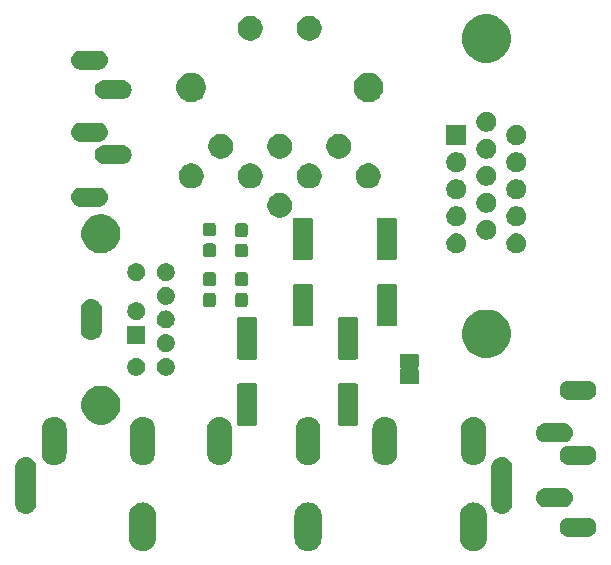
<source format=gts>
G04 #@! TF.GenerationSoftware,KiCad,Pcbnew,(5.1.0)-1*
G04 #@! TF.CreationDate,2019-07-12T21:05:45-04:00*
G04 #@! TF.ProjectId,Genesis_SMS Breakout,47656e65-7369-4735-9f53-4d5320427265,rev?*
G04 #@! TF.SameCoordinates,Original*
G04 #@! TF.FileFunction,Soldermask,Top*
G04 #@! TF.FilePolarity,Negative*
%FSLAX46Y46*%
G04 Gerber Fmt 4.6, Leading zero omitted, Abs format (unit mm)*
G04 Created by KiCad (PCBNEW (5.1.0)-1) date 2019-07-12 21:05:45*
%MOMM*%
%LPD*%
G04 APERTURE LIST*
%ADD10C,0.100000*%
G04 APERTURE END LIST*
D10*
G36*
X146675634Y-88115654D02*
G01*
X146892599Y-88181470D01*
X146892601Y-88181471D01*
X147092553Y-88288347D01*
X147092555Y-88288348D01*
X147092554Y-88288348D01*
X147267818Y-88432182D01*
X147318019Y-88493352D01*
X147411653Y-88607445D01*
X147509329Y-88790186D01*
X147518530Y-88807400D01*
X147547463Y-88902779D01*
X147584346Y-89024366D01*
X147601000Y-89193455D01*
X147601000Y-91106545D01*
X147584346Y-91275634D01*
X147518529Y-91492602D01*
X147411653Y-91692555D01*
X147267818Y-91867818D01*
X147092555Y-92011653D01*
X146892602Y-92118529D01*
X146892600Y-92118530D01*
X146675635Y-92184346D01*
X146450000Y-92206569D01*
X146224366Y-92184346D01*
X146007401Y-92118530D01*
X146007399Y-92118529D01*
X145807446Y-92011653D01*
X145632183Y-91867818D01*
X145488348Y-91692555D01*
X145381472Y-91492602D01*
X145315655Y-91275634D01*
X145299000Y-91106544D01*
X145299000Y-89193456D01*
X145310103Y-89080730D01*
X145315654Y-89024366D01*
X145381470Y-88807401D01*
X145381472Y-88807398D01*
X145488347Y-88607447D01*
X145510219Y-88580796D01*
X145632182Y-88432182D01*
X145711183Y-88367348D01*
X145807445Y-88288347D01*
X146007398Y-88181471D01*
X146007400Y-88181470D01*
X146224365Y-88115654D01*
X146450000Y-88093431D01*
X146675634Y-88115654D01*
X146675634Y-88115654D01*
G37*
G36*
X174675634Y-88115654D02*
G01*
X174892599Y-88181470D01*
X174892601Y-88181471D01*
X175092553Y-88288347D01*
X175092555Y-88288348D01*
X175092554Y-88288348D01*
X175267818Y-88432182D01*
X175318019Y-88493352D01*
X175411653Y-88607445D01*
X175509329Y-88790186D01*
X175518530Y-88807400D01*
X175547463Y-88902779D01*
X175584346Y-89024366D01*
X175601000Y-89193455D01*
X175601000Y-91106545D01*
X175584346Y-91275634D01*
X175518529Y-91492602D01*
X175411653Y-91692555D01*
X175267818Y-91867818D01*
X175092555Y-92011653D01*
X174892602Y-92118529D01*
X174892600Y-92118530D01*
X174675635Y-92184346D01*
X174450000Y-92206569D01*
X174224366Y-92184346D01*
X174007401Y-92118530D01*
X174007399Y-92118529D01*
X173807446Y-92011653D01*
X173632183Y-91867818D01*
X173488348Y-91692555D01*
X173381472Y-91492602D01*
X173315655Y-91275634D01*
X173299000Y-91106544D01*
X173299000Y-89193456D01*
X173310103Y-89080730D01*
X173315654Y-89024366D01*
X173381470Y-88807401D01*
X173381472Y-88807398D01*
X173488347Y-88607447D01*
X173510219Y-88580796D01*
X173632182Y-88432182D01*
X173711183Y-88367348D01*
X173807445Y-88288347D01*
X174007398Y-88181471D01*
X174007400Y-88181470D01*
X174224365Y-88115654D01*
X174450000Y-88093431D01*
X174675634Y-88115654D01*
X174675634Y-88115654D01*
G37*
G36*
X160675634Y-88115654D02*
G01*
X160892599Y-88181470D01*
X160892601Y-88181471D01*
X161092553Y-88288347D01*
X161092555Y-88288348D01*
X161092554Y-88288348D01*
X161267818Y-88432182D01*
X161318019Y-88493352D01*
X161411653Y-88607445D01*
X161509329Y-88790186D01*
X161518530Y-88807400D01*
X161547463Y-88902779D01*
X161584346Y-89024366D01*
X161601000Y-89193455D01*
X161601000Y-91106545D01*
X161584346Y-91275634D01*
X161518529Y-91492602D01*
X161411653Y-91692555D01*
X161267818Y-91867818D01*
X161092555Y-92011653D01*
X160892602Y-92118529D01*
X160892600Y-92118530D01*
X160675635Y-92184346D01*
X160450000Y-92206569D01*
X160224366Y-92184346D01*
X160007401Y-92118530D01*
X160007399Y-92118529D01*
X159807446Y-92011653D01*
X159632183Y-91867818D01*
X159488348Y-91692555D01*
X159381472Y-91492602D01*
X159315655Y-91275634D01*
X159299000Y-91106544D01*
X159299000Y-89193456D01*
X159310103Y-89080730D01*
X159315654Y-89024366D01*
X159381470Y-88807401D01*
X159381472Y-88807398D01*
X159488347Y-88607447D01*
X159510219Y-88580796D01*
X159632182Y-88432182D01*
X159711183Y-88367348D01*
X159807445Y-88288347D01*
X160007398Y-88181471D01*
X160007400Y-88181470D01*
X160224365Y-88115654D01*
X160450000Y-88093431D01*
X160675634Y-88115654D01*
X160675634Y-88115654D01*
G37*
G36*
X184211808Y-89406648D02*
G01*
X184363551Y-89452678D01*
X184503398Y-89527428D01*
X184625975Y-89628025D01*
X184726572Y-89750602D01*
X184801322Y-89890449D01*
X184847352Y-90042192D01*
X184862895Y-90200000D01*
X184847352Y-90357808D01*
X184801322Y-90509551D01*
X184726572Y-90649398D01*
X184625975Y-90771975D01*
X184503398Y-90872572D01*
X184363551Y-90947322D01*
X184211808Y-90993352D01*
X184093546Y-91005000D01*
X182506454Y-91005000D01*
X182388192Y-90993352D01*
X182236449Y-90947322D01*
X182096602Y-90872572D01*
X181974025Y-90771975D01*
X181873428Y-90649398D01*
X181798678Y-90509551D01*
X181752648Y-90357808D01*
X181737105Y-90200000D01*
X181752648Y-90042192D01*
X181798678Y-89890449D01*
X181873428Y-89750602D01*
X181974025Y-89628025D01*
X182096602Y-89527428D01*
X182236449Y-89452678D01*
X182388192Y-89406648D01*
X182506454Y-89395000D01*
X184093546Y-89395000D01*
X184211808Y-89406648D01*
X184211808Y-89406648D01*
G37*
G36*
X136726626Y-84262037D02*
G01*
X136896465Y-84313557D01*
X136896467Y-84313558D01*
X137052989Y-84397221D01*
X137190186Y-84509814D01*
X137273448Y-84611271D01*
X137302778Y-84647009D01*
X137386443Y-84803534D01*
X137437963Y-84973373D01*
X137451000Y-85105742D01*
X137451000Y-88194258D01*
X137437963Y-88326627D01*
X137386443Y-88496466D01*
X137386442Y-88496468D01*
X137344610Y-88574729D01*
X137302778Y-88652991D01*
X137273448Y-88688729D01*
X137190186Y-88790186D01*
X137088729Y-88873448D01*
X137052991Y-88902778D01*
X136896466Y-88986443D01*
X136726627Y-89037963D01*
X136550000Y-89055359D01*
X136373374Y-89037963D01*
X136203535Y-88986443D01*
X136047010Y-88902778D01*
X136011272Y-88873448D01*
X135909815Y-88790186D01*
X135826553Y-88688729D01*
X135797223Y-88652991D01*
X135755391Y-88574729D01*
X135713559Y-88496468D01*
X135713558Y-88496466D01*
X135662038Y-88326627D01*
X135649001Y-88194258D01*
X135649000Y-85105743D01*
X135662037Y-84973374D01*
X135713557Y-84803535D01*
X135730107Y-84772572D01*
X135797221Y-84647011D01*
X135909814Y-84509814D01*
X136031984Y-84409553D01*
X136047009Y-84397222D01*
X136203534Y-84313557D01*
X136373373Y-84262037D01*
X136550000Y-84244641D01*
X136726626Y-84262037D01*
X136726626Y-84262037D01*
G37*
G36*
X177026626Y-84262037D02*
G01*
X177196465Y-84313557D01*
X177196467Y-84313558D01*
X177352989Y-84397221D01*
X177490186Y-84509814D01*
X177573448Y-84611271D01*
X177602778Y-84647009D01*
X177686443Y-84803534D01*
X177737963Y-84973373D01*
X177751000Y-85105742D01*
X177751000Y-88194258D01*
X177737963Y-88326627D01*
X177686443Y-88496466D01*
X177686442Y-88496468D01*
X177644610Y-88574729D01*
X177602778Y-88652991D01*
X177573448Y-88688729D01*
X177490186Y-88790186D01*
X177388729Y-88873448D01*
X177352991Y-88902778D01*
X177196466Y-88986443D01*
X177026627Y-89037963D01*
X176850000Y-89055359D01*
X176673374Y-89037963D01*
X176503535Y-88986443D01*
X176347010Y-88902778D01*
X176311272Y-88873448D01*
X176209815Y-88790186D01*
X176126553Y-88688729D01*
X176097223Y-88652991D01*
X176055391Y-88574729D01*
X176013559Y-88496468D01*
X176013558Y-88496466D01*
X175962038Y-88326627D01*
X175949001Y-88194258D01*
X175949000Y-85105743D01*
X175962037Y-84973374D01*
X176013557Y-84803535D01*
X176030107Y-84772572D01*
X176097221Y-84647011D01*
X176209814Y-84509814D01*
X176331984Y-84409553D01*
X176347009Y-84397222D01*
X176503534Y-84313557D01*
X176673373Y-84262037D01*
X176850000Y-84244641D01*
X177026626Y-84262037D01*
X177026626Y-84262037D01*
G37*
G36*
X182211808Y-86906648D02*
G01*
X182363551Y-86952678D01*
X182503398Y-87027428D01*
X182625975Y-87128025D01*
X182726572Y-87250602D01*
X182801322Y-87390449D01*
X182847352Y-87542192D01*
X182862895Y-87700000D01*
X182847352Y-87857808D01*
X182801322Y-88009551D01*
X182726572Y-88149398D01*
X182625975Y-88271975D01*
X182503398Y-88372572D01*
X182363551Y-88447322D01*
X182211808Y-88493352D01*
X182093546Y-88505000D01*
X180506454Y-88505000D01*
X180388192Y-88493352D01*
X180236449Y-88447322D01*
X180096602Y-88372572D01*
X179974025Y-88271975D01*
X179873428Y-88149398D01*
X179798678Y-88009551D01*
X179752648Y-87857808D01*
X179737105Y-87700000D01*
X179752648Y-87542192D01*
X179798678Y-87390449D01*
X179873428Y-87250602D01*
X179974025Y-87128025D01*
X180096602Y-87027428D01*
X180236449Y-86952678D01*
X180388192Y-86906648D01*
X180506454Y-86895000D01*
X182093546Y-86895000D01*
X182211808Y-86906648D01*
X182211808Y-86906648D01*
G37*
G36*
X167156031Y-80864207D02*
G01*
X167354145Y-80924305D01*
X167354148Y-80924306D01*
X167420030Y-80959521D01*
X167536729Y-81021897D01*
X167696765Y-81153235D01*
X167828103Y-81313271D01*
X167828104Y-81313273D01*
X167925694Y-81495851D01*
X167925694Y-81495852D01*
X167925695Y-81495854D01*
X167985793Y-81693968D01*
X168001000Y-81848370D01*
X168001000Y-83951630D01*
X167985793Y-84106032D01*
X167938469Y-84262037D01*
X167925694Y-84304149D01*
X167875946Y-84397221D01*
X167828103Y-84486729D01*
X167696765Y-84646765D01*
X167536729Y-84778103D01*
X167450975Y-84823939D01*
X167354149Y-84875694D01*
X167354146Y-84875695D01*
X167156032Y-84935793D01*
X166950000Y-84956085D01*
X166743969Y-84935793D01*
X166545855Y-84875695D01*
X166545852Y-84875694D01*
X166449026Y-84823939D01*
X166363272Y-84778103D01*
X166203236Y-84646765D01*
X166071898Y-84486729D01*
X166024055Y-84397221D01*
X165974307Y-84304149D01*
X165961532Y-84262037D01*
X165914208Y-84106032D01*
X165899001Y-83951630D01*
X165899000Y-81848371D01*
X165914207Y-81693969D01*
X165974305Y-81495855D01*
X165974306Y-81495852D01*
X166021987Y-81406648D01*
X166071897Y-81313271D01*
X166203235Y-81153235D01*
X166363271Y-81021897D01*
X166449025Y-80976061D01*
X166545851Y-80924306D01*
X166545854Y-80924305D01*
X166743968Y-80864207D01*
X166950000Y-80843915D01*
X167156031Y-80864207D01*
X167156031Y-80864207D01*
G37*
G36*
X139156031Y-80864207D02*
G01*
X139354145Y-80924305D01*
X139354148Y-80924306D01*
X139420030Y-80959521D01*
X139536729Y-81021897D01*
X139696765Y-81153235D01*
X139828103Y-81313271D01*
X139828104Y-81313273D01*
X139925694Y-81495851D01*
X139925694Y-81495852D01*
X139925695Y-81495854D01*
X139985793Y-81693968D01*
X140001000Y-81848370D01*
X140001000Y-83951630D01*
X139985793Y-84106032D01*
X139938469Y-84262037D01*
X139925694Y-84304149D01*
X139875946Y-84397221D01*
X139828103Y-84486729D01*
X139696765Y-84646765D01*
X139536729Y-84778103D01*
X139450975Y-84823939D01*
X139354149Y-84875694D01*
X139354146Y-84875695D01*
X139156032Y-84935793D01*
X138950000Y-84956085D01*
X138743969Y-84935793D01*
X138545855Y-84875695D01*
X138545852Y-84875694D01*
X138449026Y-84823939D01*
X138363272Y-84778103D01*
X138203236Y-84646765D01*
X138071898Y-84486729D01*
X138024055Y-84397221D01*
X137974307Y-84304149D01*
X137961532Y-84262037D01*
X137914208Y-84106032D01*
X137899001Y-83951630D01*
X137899000Y-81848371D01*
X137914207Y-81693969D01*
X137974305Y-81495855D01*
X137974306Y-81495852D01*
X138021987Y-81406648D01*
X138071897Y-81313271D01*
X138203235Y-81153235D01*
X138363271Y-81021897D01*
X138449025Y-80976061D01*
X138545851Y-80924306D01*
X138545854Y-80924305D01*
X138743968Y-80864207D01*
X138950000Y-80843915D01*
X139156031Y-80864207D01*
X139156031Y-80864207D01*
G37*
G36*
X146656031Y-80864207D02*
G01*
X146854145Y-80924305D01*
X146854148Y-80924306D01*
X146920030Y-80959521D01*
X147036729Y-81021897D01*
X147196765Y-81153235D01*
X147328103Y-81313271D01*
X147328104Y-81313273D01*
X147425694Y-81495851D01*
X147425694Y-81495852D01*
X147425695Y-81495854D01*
X147485793Y-81693968D01*
X147501000Y-81848370D01*
X147501000Y-83951630D01*
X147485793Y-84106032D01*
X147438469Y-84262037D01*
X147425694Y-84304149D01*
X147375946Y-84397221D01*
X147328103Y-84486729D01*
X147196765Y-84646765D01*
X147036729Y-84778103D01*
X146950975Y-84823939D01*
X146854149Y-84875694D01*
X146854146Y-84875695D01*
X146656032Y-84935793D01*
X146450000Y-84956085D01*
X146243969Y-84935793D01*
X146045855Y-84875695D01*
X146045852Y-84875694D01*
X145949026Y-84823939D01*
X145863272Y-84778103D01*
X145703236Y-84646765D01*
X145571898Y-84486729D01*
X145524055Y-84397221D01*
X145474307Y-84304149D01*
X145461532Y-84262037D01*
X145414208Y-84106032D01*
X145399001Y-83951630D01*
X145399000Y-81848371D01*
X145414207Y-81693969D01*
X145474305Y-81495855D01*
X145474306Y-81495852D01*
X145521987Y-81406648D01*
X145571897Y-81313271D01*
X145703235Y-81153235D01*
X145863271Y-81021897D01*
X145949025Y-80976061D01*
X146045851Y-80924306D01*
X146045854Y-80924305D01*
X146243968Y-80864207D01*
X146450000Y-80843915D01*
X146656031Y-80864207D01*
X146656031Y-80864207D01*
G37*
G36*
X153156031Y-80864207D02*
G01*
X153354145Y-80924305D01*
X153354148Y-80924306D01*
X153420030Y-80959521D01*
X153536729Y-81021897D01*
X153696765Y-81153235D01*
X153828103Y-81313271D01*
X153828104Y-81313273D01*
X153925694Y-81495851D01*
X153925694Y-81495852D01*
X153925695Y-81495854D01*
X153985793Y-81693968D01*
X154001000Y-81848370D01*
X154001000Y-83951630D01*
X153985793Y-84106032D01*
X153938469Y-84262037D01*
X153925694Y-84304149D01*
X153875946Y-84397221D01*
X153828103Y-84486729D01*
X153696765Y-84646765D01*
X153536729Y-84778103D01*
X153450975Y-84823939D01*
X153354149Y-84875694D01*
X153354146Y-84875695D01*
X153156032Y-84935793D01*
X152950000Y-84956085D01*
X152743969Y-84935793D01*
X152545855Y-84875695D01*
X152545852Y-84875694D01*
X152449026Y-84823939D01*
X152363272Y-84778103D01*
X152203236Y-84646765D01*
X152071898Y-84486729D01*
X152024055Y-84397221D01*
X151974307Y-84304149D01*
X151961532Y-84262037D01*
X151914208Y-84106032D01*
X151899001Y-83951630D01*
X151899000Y-81848371D01*
X151914207Y-81693969D01*
X151974305Y-81495855D01*
X151974306Y-81495852D01*
X152021987Y-81406648D01*
X152071897Y-81313271D01*
X152203235Y-81153235D01*
X152363271Y-81021897D01*
X152449025Y-80976061D01*
X152545851Y-80924306D01*
X152545854Y-80924305D01*
X152743968Y-80864207D01*
X152950000Y-80843915D01*
X153156031Y-80864207D01*
X153156031Y-80864207D01*
G37*
G36*
X160656031Y-80864207D02*
G01*
X160854145Y-80924305D01*
X160854148Y-80924306D01*
X160920030Y-80959521D01*
X161036729Y-81021897D01*
X161196765Y-81153235D01*
X161328103Y-81313271D01*
X161328104Y-81313273D01*
X161425694Y-81495851D01*
X161425694Y-81495852D01*
X161425695Y-81495854D01*
X161485793Y-81693968D01*
X161501000Y-81848370D01*
X161501000Y-83951630D01*
X161485793Y-84106032D01*
X161438469Y-84262037D01*
X161425694Y-84304149D01*
X161375946Y-84397221D01*
X161328103Y-84486729D01*
X161196765Y-84646765D01*
X161036729Y-84778103D01*
X160950975Y-84823939D01*
X160854149Y-84875694D01*
X160854146Y-84875695D01*
X160656032Y-84935793D01*
X160450000Y-84956085D01*
X160243969Y-84935793D01*
X160045855Y-84875695D01*
X160045852Y-84875694D01*
X159949026Y-84823939D01*
X159863272Y-84778103D01*
X159703236Y-84646765D01*
X159571898Y-84486729D01*
X159524055Y-84397221D01*
X159474307Y-84304149D01*
X159461532Y-84262037D01*
X159414208Y-84106032D01*
X159399001Y-83951630D01*
X159399000Y-81848371D01*
X159414207Y-81693969D01*
X159474305Y-81495855D01*
X159474306Y-81495852D01*
X159521987Y-81406648D01*
X159571897Y-81313271D01*
X159703235Y-81153235D01*
X159863271Y-81021897D01*
X159949025Y-80976061D01*
X160045851Y-80924306D01*
X160045854Y-80924305D01*
X160243968Y-80864207D01*
X160450000Y-80843915D01*
X160656031Y-80864207D01*
X160656031Y-80864207D01*
G37*
G36*
X174656031Y-80864207D02*
G01*
X174854145Y-80924305D01*
X174854148Y-80924306D01*
X174920030Y-80959521D01*
X175036729Y-81021897D01*
X175196765Y-81153235D01*
X175328103Y-81313271D01*
X175328104Y-81313273D01*
X175425694Y-81495851D01*
X175425694Y-81495852D01*
X175425695Y-81495854D01*
X175485793Y-81693968D01*
X175501000Y-81848370D01*
X175501000Y-83951630D01*
X175485793Y-84106032D01*
X175438469Y-84262037D01*
X175425694Y-84304149D01*
X175375946Y-84397221D01*
X175328103Y-84486729D01*
X175196765Y-84646765D01*
X175036729Y-84778103D01*
X174950975Y-84823939D01*
X174854149Y-84875694D01*
X174854146Y-84875695D01*
X174656032Y-84935793D01*
X174450000Y-84956085D01*
X174243969Y-84935793D01*
X174045855Y-84875695D01*
X174045852Y-84875694D01*
X173949026Y-84823939D01*
X173863272Y-84778103D01*
X173703236Y-84646765D01*
X173571898Y-84486729D01*
X173524055Y-84397221D01*
X173474307Y-84304149D01*
X173461532Y-84262037D01*
X173414208Y-84106032D01*
X173399001Y-83951630D01*
X173399000Y-81848371D01*
X173414207Y-81693969D01*
X173474305Y-81495855D01*
X173474306Y-81495852D01*
X173521987Y-81406648D01*
X173571897Y-81313271D01*
X173703235Y-81153235D01*
X173863271Y-81021897D01*
X173949025Y-80976061D01*
X174045851Y-80924306D01*
X174045854Y-80924305D01*
X174243968Y-80864207D01*
X174450000Y-80843915D01*
X174656031Y-80864207D01*
X174656031Y-80864207D01*
G37*
G36*
X184211808Y-83306648D02*
G01*
X184363551Y-83352678D01*
X184503398Y-83427428D01*
X184625975Y-83528025D01*
X184726572Y-83650602D01*
X184801322Y-83790449D01*
X184847352Y-83942192D01*
X184862895Y-84100000D01*
X184847352Y-84257808D01*
X184801322Y-84409551D01*
X184726572Y-84549398D01*
X184625975Y-84671975D01*
X184503398Y-84772572D01*
X184363551Y-84847322D01*
X184211808Y-84893352D01*
X184093546Y-84905000D01*
X182506454Y-84905000D01*
X182388192Y-84893352D01*
X182236449Y-84847322D01*
X182096602Y-84772572D01*
X181974025Y-84671975D01*
X181873428Y-84549398D01*
X181798678Y-84409551D01*
X181752648Y-84257808D01*
X181737105Y-84100000D01*
X181752648Y-83942192D01*
X181798678Y-83790449D01*
X181873428Y-83650602D01*
X181974025Y-83528025D01*
X182096602Y-83427428D01*
X182236449Y-83352678D01*
X182388192Y-83306648D01*
X182506454Y-83295000D01*
X184093546Y-83295000D01*
X184211808Y-83306648D01*
X184211808Y-83306648D01*
G37*
G36*
X182211808Y-81406648D02*
G01*
X182363551Y-81452678D01*
X182503398Y-81527428D01*
X182625975Y-81628025D01*
X182726572Y-81750602D01*
X182801322Y-81890449D01*
X182847352Y-82042192D01*
X182862895Y-82200000D01*
X182847352Y-82357808D01*
X182801322Y-82509551D01*
X182726572Y-82649398D01*
X182625975Y-82771975D01*
X182503398Y-82872572D01*
X182363551Y-82947322D01*
X182211808Y-82993352D01*
X182093546Y-83005000D01*
X180506454Y-83005000D01*
X180388192Y-82993352D01*
X180236449Y-82947322D01*
X180096602Y-82872572D01*
X179974025Y-82771975D01*
X179873428Y-82649398D01*
X179798678Y-82509551D01*
X179752648Y-82357808D01*
X179737105Y-82200000D01*
X179752648Y-82042192D01*
X179798678Y-81890449D01*
X179873428Y-81750602D01*
X179974025Y-81628025D01*
X180096602Y-81527428D01*
X180236449Y-81452678D01*
X180388192Y-81406648D01*
X180506454Y-81395000D01*
X182093546Y-81395000D01*
X182211808Y-81406648D01*
X182211808Y-81406648D01*
G37*
G36*
X164505997Y-78003051D02*
G01*
X164539652Y-78013261D01*
X164570665Y-78029838D01*
X164597851Y-78052149D01*
X164620162Y-78079335D01*
X164636739Y-78110348D01*
X164646949Y-78144003D01*
X164651000Y-78185138D01*
X164651000Y-81414862D01*
X164646949Y-81455997D01*
X164636739Y-81489652D01*
X164620162Y-81520665D01*
X164597851Y-81547851D01*
X164570665Y-81570162D01*
X164539652Y-81586739D01*
X164505997Y-81596949D01*
X164464862Y-81601000D01*
X163135138Y-81601000D01*
X163094003Y-81596949D01*
X163060348Y-81586739D01*
X163029335Y-81570162D01*
X163002149Y-81547851D01*
X162979838Y-81520665D01*
X162963261Y-81489652D01*
X162953051Y-81455997D01*
X162949000Y-81414862D01*
X162949000Y-78185138D01*
X162953051Y-78144003D01*
X162963261Y-78110348D01*
X162979838Y-78079335D01*
X163002149Y-78052149D01*
X163029335Y-78029838D01*
X163060348Y-78013261D01*
X163094003Y-78003051D01*
X163135138Y-77999000D01*
X164464862Y-77999000D01*
X164505997Y-78003051D01*
X164505997Y-78003051D01*
G37*
G36*
X156005997Y-78003051D02*
G01*
X156039652Y-78013261D01*
X156070665Y-78029838D01*
X156097851Y-78052149D01*
X156120162Y-78079335D01*
X156136739Y-78110348D01*
X156146949Y-78144003D01*
X156151000Y-78185138D01*
X156151000Y-81414862D01*
X156146949Y-81455997D01*
X156136739Y-81489652D01*
X156120162Y-81520665D01*
X156097851Y-81547851D01*
X156070665Y-81570162D01*
X156039652Y-81586739D01*
X156005997Y-81596949D01*
X155964862Y-81601000D01*
X154635138Y-81601000D01*
X154594003Y-81596949D01*
X154560348Y-81586739D01*
X154529335Y-81570162D01*
X154502149Y-81547851D01*
X154479838Y-81520665D01*
X154463261Y-81489652D01*
X154453051Y-81455997D01*
X154449000Y-81414862D01*
X154449000Y-78185138D01*
X154453051Y-78144003D01*
X154463261Y-78110348D01*
X154479838Y-78079335D01*
X154502149Y-78052149D01*
X154529335Y-78029838D01*
X154560348Y-78013261D01*
X154594003Y-78003051D01*
X154635138Y-77999000D01*
X155964862Y-77999000D01*
X156005997Y-78003051D01*
X156005997Y-78003051D01*
G37*
G36*
X143275256Y-78241298D02*
G01*
X143381579Y-78262447D01*
X143682042Y-78386903D01*
X143952451Y-78567585D01*
X144182415Y-78797549D01*
X144363097Y-79067958D01*
X144487553Y-79368421D01*
X144551000Y-79687391D01*
X144551000Y-80012609D01*
X144487553Y-80331579D01*
X144363097Y-80632042D01*
X144182415Y-80902451D01*
X143952451Y-81132415D01*
X143682042Y-81313097D01*
X143682041Y-81313098D01*
X143682040Y-81313098D01*
X143594037Y-81349550D01*
X143381579Y-81437553D01*
X143305540Y-81452678D01*
X143062611Y-81501000D01*
X142737389Y-81501000D01*
X142494460Y-81452678D01*
X142418421Y-81437553D01*
X142205963Y-81349550D01*
X142117960Y-81313098D01*
X142117959Y-81313098D01*
X142117958Y-81313097D01*
X141847549Y-81132415D01*
X141617585Y-80902451D01*
X141436903Y-80632042D01*
X141312447Y-80331579D01*
X141249000Y-80012609D01*
X141249000Y-79687391D01*
X141312447Y-79368421D01*
X141436903Y-79067958D01*
X141617585Y-78797549D01*
X141847549Y-78567585D01*
X142117958Y-78386903D01*
X142418421Y-78262447D01*
X142524744Y-78241298D01*
X142737389Y-78199000D01*
X143062611Y-78199000D01*
X143275256Y-78241298D01*
X143275256Y-78241298D01*
G37*
G36*
X184211808Y-77806648D02*
G01*
X184363551Y-77852678D01*
X184503398Y-77927428D01*
X184625975Y-78028025D01*
X184726572Y-78150602D01*
X184801322Y-78290449D01*
X184847352Y-78442192D01*
X184862895Y-78600000D01*
X184847352Y-78757808D01*
X184801322Y-78909551D01*
X184726572Y-79049398D01*
X184625975Y-79171975D01*
X184503398Y-79272572D01*
X184363551Y-79347322D01*
X184211808Y-79393352D01*
X184093546Y-79405000D01*
X182506454Y-79405000D01*
X182388192Y-79393352D01*
X182236449Y-79347322D01*
X182096602Y-79272572D01*
X181974025Y-79171975D01*
X181873428Y-79049398D01*
X181798678Y-78909551D01*
X181752648Y-78757808D01*
X181737105Y-78600000D01*
X181752648Y-78442192D01*
X181798678Y-78290449D01*
X181873428Y-78150602D01*
X181974025Y-78028025D01*
X182096602Y-77927428D01*
X182236449Y-77852678D01*
X182388192Y-77806648D01*
X182506454Y-77795000D01*
X184093546Y-77795000D01*
X184211808Y-77806648D01*
X184211808Y-77806648D01*
G37*
G36*
X169759999Y-75549737D02*
G01*
X169769608Y-75552652D01*
X169778472Y-75557390D01*
X169786237Y-75563763D01*
X169792610Y-75571528D01*
X169797348Y-75580392D01*
X169800263Y-75590001D01*
X169801852Y-75606140D01*
X169801852Y-76593860D01*
X169800263Y-76609999D01*
X169797348Y-76619608D01*
X169792610Y-76628472D01*
X169786258Y-76636212D01*
X169786237Y-76636237D01*
X169778427Y-76642640D01*
X169778372Y-76642677D01*
X169768853Y-76650480D01*
X169768878Y-76650511D01*
X169755028Y-76661853D01*
X169739463Y-76680779D01*
X169727889Y-76702377D01*
X169720751Y-76725819D01*
X169718324Y-76750202D01*
X169720700Y-76774591D01*
X169727789Y-76798047D01*
X169739318Y-76819670D01*
X169754843Y-76838628D01*
X169773769Y-76854193D01*
X169776825Y-76856029D01*
X169778514Y-76857418D01*
X169778516Y-76857419D01*
X169784712Y-76862515D01*
X169786274Y-76863800D01*
X169792642Y-76871575D01*
X169795791Y-76877483D01*
X169797367Y-76880438D01*
X169800257Y-76890001D01*
X169800282Y-76890085D01*
X169801852Y-76906113D01*
X169801852Y-78043860D01*
X169800263Y-78059999D01*
X169797348Y-78069608D01*
X169792610Y-78078472D01*
X169786237Y-78086237D01*
X169778472Y-78092610D01*
X169769608Y-78097348D01*
X169759999Y-78100263D01*
X169743860Y-78101852D01*
X168256140Y-78101852D01*
X168240001Y-78100263D01*
X168230392Y-78097348D01*
X168221528Y-78092610D01*
X168213763Y-78086237D01*
X168207390Y-78078472D01*
X168202652Y-78069608D01*
X168199737Y-78059999D01*
X168198148Y-78043860D01*
X168198148Y-76906140D01*
X168199737Y-76890001D01*
X168202652Y-76880392D01*
X168207390Y-76871528D01*
X168213763Y-76863763D01*
X168226737Y-76853116D01*
X168235968Y-76846947D01*
X168253294Y-76829619D01*
X168266907Y-76809244D01*
X168276283Y-76786605D01*
X168281063Y-76762572D01*
X168281062Y-76738068D01*
X168276280Y-76714035D01*
X168266902Y-76691396D01*
X168253287Y-76671022D01*
X168235959Y-76653696D01*
X168226683Y-76646825D01*
X168213800Y-76636274D01*
X168212668Y-76634897D01*
X168207419Y-76628516D01*
X168202674Y-76619661D01*
X168201749Y-76616623D01*
X168199758Y-76610085D01*
X168199758Y-76610082D01*
X168199748Y-76610050D01*
X168198753Y-76600000D01*
X168198753Y-76599935D01*
X168198148Y-76593825D01*
X168198148Y-75606140D01*
X168199737Y-75590001D01*
X168202652Y-75580392D01*
X168207390Y-75571528D01*
X168213763Y-75563763D01*
X168221528Y-75557390D01*
X168230392Y-75552652D01*
X168240001Y-75549737D01*
X168256140Y-75548148D01*
X169743860Y-75548148D01*
X169759999Y-75549737D01*
X169759999Y-75549737D01*
G37*
G36*
X148529647Y-75855997D02*
G01*
X148620225Y-75874014D01*
X148641460Y-75882810D01*
X148757626Y-75930927D01*
X148881284Y-76013553D01*
X148986447Y-76118716D01*
X149069073Y-76242374D01*
X149125986Y-76379776D01*
X149155000Y-76525638D01*
X149155000Y-76674362D01*
X149151612Y-76691396D01*
X149125986Y-76820225D01*
X149104735Y-76871529D01*
X149069073Y-76957626D01*
X148986447Y-77081284D01*
X148881284Y-77186447D01*
X148757626Y-77269073D01*
X148677138Y-77302412D01*
X148620225Y-77325986D01*
X148557770Y-77338409D01*
X148474362Y-77355000D01*
X148325638Y-77355000D01*
X148242230Y-77338409D01*
X148179775Y-77325986D01*
X148122862Y-77302412D01*
X148042374Y-77269073D01*
X147918716Y-77186447D01*
X147813553Y-77081284D01*
X147730927Y-76957626D01*
X147695265Y-76871529D01*
X147674014Y-76820225D01*
X147648388Y-76691396D01*
X147645000Y-76674362D01*
X147645000Y-76525638D01*
X147674014Y-76379776D01*
X147730927Y-76242374D01*
X147813553Y-76118716D01*
X147918716Y-76013553D01*
X148042374Y-75930927D01*
X148158540Y-75882810D01*
X148179775Y-75874014D01*
X148270353Y-75855997D01*
X148325638Y-75845000D01*
X148474362Y-75845000D01*
X148529647Y-75855997D01*
X148529647Y-75855997D01*
G37*
G36*
X146029647Y-75855997D02*
G01*
X146120225Y-75874014D01*
X146141460Y-75882810D01*
X146257626Y-75930927D01*
X146381284Y-76013553D01*
X146486447Y-76118716D01*
X146569073Y-76242374D01*
X146625986Y-76379776D01*
X146655000Y-76525638D01*
X146655000Y-76674362D01*
X146651612Y-76691396D01*
X146625986Y-76820225D01*
X146604735Y-76871529D01*
X146569073Y-76957626D01*
X146486447Y-77081284D01*
X146381284Y-77186447D01*
X146257626Y-77269073D01*
X146177138Y-77302412D01*
X146120225Y-77325986D01*
X146057770Y-77338409D01*
X145974362Y-77355000D01*
X145825638Y-77355000D01*
X145742230Y-77338409D01*
X145679775Y-77325986D01*
X145622862Y-77302412D01*
X145542374Y-77269073D01*
X145418716Y-77186447D01*
X145313553Y-77081284D01*
X145230927Y-76957626D01*
X145195265Y-76871529D01*
X145174014Y-76820225D01*
X145148388Y-76691396D01*
X145145000Y-76674362D01*
X145145000Y-76525638D01*
X145174014Y-76379776D01*
X145230927Y-76242374D01*
X145313553Y-76118716D01*
X145418716Y-76013553D01*
X145542374Y-75930927D01*
X145658540Y-75882810D01*
X145679775Y-75874014D01*
X145770353Y-75855997D01*
X145825638Y-75845000D01*
X145974362Y-75845000D01*
X146029647Y-75855997D01*
X146029647Y-75855997D01*
G37*
G36*
X164505997Y-72403051D02*
G01*
X164539652Y-72413261D01*
X164570665Y-72429838D01*
X164597851Y-72452149D01*
X164620162Y-72479335D01*
X164636739Y-72510348D01*
X164646949Y-72544003D01*
X164651000Y-72585138D01*
X164651000Y-75814862D01*
X164646949Y-75855997D01*
X164636739Y-75889652D01*
X164620162Y-75920665D01*
X164597851Y-75947851D01*
X164570665Y-75970162D01*
X164539652Y-75986739D01*
X164505997Y-75996949D01*
X164464862Y-76001000D01*
X163135138Y-76001000D01*
X163094003Y-75996949D01*
X163060348Y-75986739D01*
X163029335Y-75970162D01*
X163002149Y-75947851D01*
X162979838Y-75920665D01*
X162963261Y-75889652D01*
X162953051Y-75855997D01*
X162949000Y-75814862D01*
X162949000Y-72585138D01*
X162953051Y-72544003D01*
X162963261Y-72510348D01*
X162979838Y-72479335D01*
X163002149Y-72452149D01*
X163029335Y-72429838D01*
X163060348Y-72413261D01*
X163094003Y-72403051D01*
X163135138Y-72399000D01*
X164464862Y-72399000D01*
X164505997Y-72403051D01*
X164505997Y-72403051D01*
G37*
G36*
X156005997Y-72403051D02*
G01*
X156039652Y-72413261D01*
X156070665Y-72429838D01*
X156097851Y-72452149D01*
X156120162Y-72479335D01*
X156136739Y-72510348D01*
X156146949Y-72544003D01*
X156151000Y-72585138D01*
X156151000Y-75814862D01*
X156146949Y-75855997D01*
X156136739Y-75889652D01*
X156120162Y-75920665D01*
X156097851Y-75947851D01*
X156070665Y-75970162D01*
X156039652Y-75986739D01*
X156005997Y-75996949D01*
X155964862Y-76001000D01*
X154635138Y-76001000D01*
X154594003Y-75996949D01*
X154560348Y-75986739D01*
X154529335Y-75970162D01*
X154502149Y-75947851D01*
X154479838Y-75920665D01*
X154463261Y-75889652D01*
X154453051Y-75855997D01*
X154449000Y-75814862D01*
X154449000Y-72585138D01*
X154453051Y-72544003D01*
X154463261Y-72510348D01*
X154479838Y-72479335D01*
X154502149Y-72452149D01*
X154529335Y-72429838D01*
X154560348Y-72413261D01*
X154594003Y-72403051D01*
X154635138Y-72399000D01*
X155964862Y-72399000D01*
X156005997Y-72403051D01*
X156005997Y-72403051D01*
G37*
G36*
X176138254Y-71842818D02*
G01*
X176511511Y-71997426D01*
X176511513Y-71997427D01*
X176847436Y-72221884D01*
X177133116Y-72507564D01*
X177342030Y-72820225D01*
X177357574Y-72843489D01*
X177512182Y-73216746D01*
X177591000Y-73612993D01*
X177591000Y-74017007D01*
X177512182Y-74413254D01*
X177357574Y-74786511D01*
X177357573Y-74786513D01*
X177133116Y-75122436D01*
X176847436Y-75408116D01*
X176511513Y-75632573D01*
X176511512Y-75632574D01*
X176511511Y-75632574D01*
X176138254Y-75787182D01*
X175742007Y-75866000D01*
X175337993Y-75866000D01*
X174941746Y-75787182D01*
X174568489Y-75632574D01*
X174568488Y-75632574D01*
X174568487Y-75632573D01*
X174232564Y-75408116D01*
X173946884Y-75122436D01*
X173722427Y-74786513D01*
X173722426Y-74786511D01*
X173567818Y-74413254D01*
X173489000Y-74017007D01*
X173489000Y-73612993D01*
X173567818Y-73216746D01*
X173722426Y-72843489D01*
X173737971Y-72820225D01*
X173946884Y-72507564D01*
X174232564Y-72221884D01*
X174568487Y-71997427D01*
X174568489Y-71997426D01*
X174941746Y-71842818D01*
X175337993Y-71764000D01*
X175742007Y-71764000D01*
X176138254Y-71842818D01*
X176138254Y-71842818D01*
G37*
G36*
X148547293Y-73859507D02*
G01*
X148620225Y-73874014D01*
X148677138Y-73897588D01*
X148757626Y-73930927D01*
X148881284Y-74013553D01*
X148986447Y-74118716D01*
X149069073Y-74242374D01*
X149091468Y-74296442D01*
X149125986Y-74379775D01*
X149140493Y-74452707D01*
X149155000Y-74525638D01*
X149155000Y-74674362D01*
X149125986Y-74820224D01*
X149069073Y-74957626D01*
X148986447Y-75081284D01*
X148881284Y-75186447D01*
X148757626Y-75269073D01*
X148677138Y-75302412D01*
X148620225Y-75325986D01*
X148547293Y-75340493D01*
X148474362Y-75355000D01*
X148325638Y-75355000D01*
X148252707Y-75340493D01*
X148179775Y-75325986D01*
X148122862Y-75302412D01*
X148042374Y-75269073D01*
X147918716Y-75186447D01*
X147813553Y-75081284D01*
X147730927Y-74957626D01*
X147674014Y-74820224D01*
X147645000Y-74674362D01*
X147645000Y-74525638D01*
X147659507Y-74452707D01*
X147674014Y-74379775D01*
X147708532Y-74296442D01*
X147730927Y-74242374D01*
X147813553Y-74118716D01*
X147918716Y-74013553D01*
X148042374Y-73930927D01*
X148122862Y-73897588D01*
X148179775Y-73874014D01*
X148252707Y-73859507D01*
X148325638Y-73845000D01*
X148474362Y-73845000D01*
X148547293Y-73859507D01*
X148547293Y-73859507D01*
G37*
G36*
X146655000Y-74655000D02*
G01*
X145145000Y-74655000D01*
X145145000Y-73145000D01*
X146655000Y-73145000D01*
X146655000Y-74655000D01*
X146655000Y-74655000D01*
G37*
G36*
X142266626Y-70872037D02*
G01*
X142436465Y-70923557D01*
X142436467Y-70923558D01*
X142592989Y-71007221D01*
X142730186Y-71119814D01*
X142784869Y-71186447D01*
X142842778Y-71257009D01*
X142926443Y-71413534D01*
X142977963Y-71583373D01*
X142991000Y-71715742D01*
X142991000Y-73504258D01*
X142977963Y-73636627D01*
X142926443Y-73806466D01*
X142842778Y-73962991D01*
X142813448Y-73998729D01*
X142730186Y-74100186D01*
X142628729Y-74183448D01*
X142592991Y-74212778D01*
X142436466Y-74296443D01*
X142266627Y-74347963D01*
X142090000Y-74365359D01*
X141913374Y-74347963D01*
X141743535Y-74296443D01*
X141587010Y-74212778D01*
X141551272Y-74183448D01*
X141449815Y-74100186D01*
X141366553Y-73998729D01*
X141337223Y-73962991D01*
X141253558Y-73806466D01*
X141202038Y-73636627D01*
X141189001Y-73504258D01*
X141189000Y-71715743D01*
X141202037Y-71583374D01*
X141253557Y-71413535D01*
X141253559Y-71413532D01*
X141337221Y-71257011D01*
X141449814Y-71119814D01*
X141551271Y-71036552D01*
X141587009Y-71007222D01*
X141743534Y-70923557D01*
X141913373Y-70872037D01*
X142090000Y-70854641D01*
X142266626Y-70872037D01*
X142266626Y-70872037D01*
G37*
G36*
X148547293Y-71859507D02*
G01*
X148620225Y-71874014D01*
X148677138Y-71897588D01*
X148757626Y-71930927D01*
X148881284Y-72013553D01*
X148986447Y-72118716D01*
X149069073Y-72242374D01*
X149102412Y-72322862D01*
X149125986Y-72379775D01*
X149132647Y-72413261D01*
X149153320Y-72517190D01*
X149155000Y-72525639D01*
X149155000Y-72674361D01*
X149125986Y-72820225D01*
X149102412Y-72877138D01*
X149069073Y-72957626D01*
X148986447Y-73081284D01*
X148881284Y-73186447D01*
X148757626Y-73269073D01*
X148677138Y-73302412D01*
X148620225Y-73325986D01*
X148547293Y-73340493D01*
X148474362Y-73355000D01*
X148325638Y-73355000D01*
X148252707Y-73340493D01*
X148179775Y-73325986D01*
X148122862Y-73302412D01*
X148042374Y-73269073D01*
X147918716Y-73186447D01*
X147813553Y-73081284D01*
X147730927Y-72957626D01*
X147697588Y-72877138D01*
X147674014Y-72820225D01*
X147645000Y-72674361D01*
X147645000Y-72525639D01*
X147646681Y-72517190D01*
X147667353Y-72413261D01*
X147674014Y-72379775D01*
X147697588Y-72322862D01*
X147730927Y-72242374D01*
X147813553Y-72118716D01*
X147918716Y-72013553D01*
X148042374Y-71930927D01*
X148122862Y-71897588D01*
X148179775Y-71874014D01*
X148252707Y-71859507D01*
X148325638Y-71845000D01*
X148474362Y-71845000D01*
X148547293Y-71859507D01*
X148547293Y-71859507D01*
G37*
G36*
X160705997Y-69603051D02*
G01*
X160739652Y-69613261D01*
X160770665Y-69629838D01*
X160797851Y-69652149D01*
X160820162Y-69679335D01*
X160836739Y-69710348D01*
X160846949Y-69744003D01*
X160851000Y-69785138D01*
X160851000Y-73014862D01*
X160846949Y-73055997D01*
X160836739Y-73089652D01*
X160820162Y-73120665D01*
X160797851Y-73147851D01*
X160770665Y-73170162D01*
X160739652Y-73186739D01*
X160705997Y-73196949D01*
X160664862Y-73201000D01*
X159335138Y-73201000D01*
X159294003Y-73196949D01*
X159260348Y-73186739D01*
X159229335Y-73170162D01*
X159202149Y-73147851D01*
X159179838Y-73120665D01*
X159163261Y-73089652D01*
X159153051Y-73055997D01*
X159149000Y-73014862D01*
X159149000Y-69785138D01*
X159153051Y-69744003D01*
X159163261Y-69710348D01*
X159179838Y-69679335D01*
X159202149Y-69652149D01*
X159229335Y-69629838D01*
X159260348Y-69613261D01*
X159294003Y-69603051D01*
X159335138Y-69599000D01*
X160664862Y-69599000D01*
X160705997Y-69603051D01*
X160705997Y-69603051D01*
G37*
G36*
X167805997Y-69603051D02*
G01*
X167839652Y-69613261D01*
X167870665Y-69629838D01*
X167897851Y-69652149D01*
X167920162Y-69679335D01*
X167936739Y-69710348D01*
X167946949Y-69744003D01*
X167951000Y-69785138D01*
X167951000Y-73014862D01*
X167946949Y-73055997D01*
X167936739Y-73089652D01*
X167920162Y-73120665D01*
X167897851Y-73147851D01*
X167870665Y-73170162D01*
X167839652Y-73186739D01*
X167805997Y-73196949D01*
X167764862Y-73201000D01*
X166435138Y-73201000D01*
X166394003Y-73196949D01*
X166360348Y-73186739D01*
X166329335Y-73170162D01*
X166302149Y-73147851D01*
X166279838Y-73120665D01*
X166263261Y-73089652D01*
X166253051Y-73055997D01*
X166249000Y-73014862D01*
X166249000Y-69785138D01*
X166253051Y-69744003D01*
X166263261Y-69710348D01*
X166279838Y-69679335D01*
X166302149Y-69652149D01*
X166329335Y-69629838D01*
X166360348Y-69613261D01*
X166394003Y-69603051D01*
X166435138Y-69599000D01*
X167764862Y-69599000D01*
X167805997Y-69603051D01*
X167805997Y-69603051D01*
G37*
G36*
X146047293Y-71159507D02*
G01*
X146120225Y-71174014D01*
X146177138Y-71197588D01*
X146257626Y-71230927D01*
X146381284Y-71313553D01*
X146486447Y-71418716D01*
X146569073Y-71542374D01*
X146625986Y-71679776D01*
X146655000Y-71825638D01*
X146655000Y-71974362D01*
X146625986Y-72120224D01*
X146569073Y-72257626D01*
X146486447Y-72381284D01*
X146381284Y-72486447D01*
X146257626Y-72569073D01*
X146177138Y-72602412D01*
X146120225Y-72625986D01*
X146047293Y-72640493D01*
X145974362Y-72655000D01*
X145825638Y-72655000D01*
X145752707Y-72640493D01*
X145679775Y-72625986D01*
X145622862Y-72602412D01*
X145542374Y-72569073D01*
X145418716Y-72486447D01*
X145313553Y-72381284D01*
X145230927Y-72257626D01*
X145174014Y-72120224D01*
X145145000Y-71974362D01*
X145145000Y-71825638D01*
X145174014Y-71679776D01*
X145230927Y-71542374D01*
X145313553Y-71418716D01*
X145418716Y-71313553D01*
X145542374Y-71230927D01*
X145622862Y-71197588D01*
X145679775Y-71174014D01*
X145752707Y-71159507D01*
X145825638Y-71145000D01*
X145974362Y-71145000D01*
X146047293Y-71159507D01*
X146047293Y-71159507D01*
G37*
G36*
X152464499Y-70378445D02*
G01*
X152501995Y-70389820D01*
X152536554Y-70408292D01*
X152566847Y-70433153D01*
X152591708Y-70463446D01*
X152610180Y-70498005D01*
X152621555Y-70535501D01*
X152626000Y-70580638D01*
X152626000Y-71319362D01*
X152621555Y-71364499D01*
X152610180Y-71401995D01*
X152591708Y-71436554D01*
X152566847Y-71466847D01*
X152536554Y-71491708D01*
X152501995Y-71510180D01*
X152464499Y-71521555D01*
X152419362Y-71526000D01*
X151780638Y-71526000D01*
X151735501Y-71521555D01*
X151698005Y-71510180D01*
X151663446Y-71491708D01*
X151633153Y-71466847D01*
X151608292Y-71436554D01*
X151589820Y-71401995D01*
X151578445Y-71364499D01*
X151574000Y-71319362D01*
X151574000Y-70580638D01*
X151578445Y-70535501D01*
X151589820Y-70498005D01*
X151608292Y-70463446D01*
X151633153Y-70433153D01*
X151663446Y-70408292D01*
X151698005Y-70389820D01*
X151735501Y-70378445D01*
X151780638Y-70374000D01*
X152419362Y-70374000D01*
X152464499Y-70378445D01*
X152464499Y-70378445D01*
G37*
G36*
X155164499Y-70378445D02*
G01*
X155201995Y-70389820D01*
X155236554Y-70408292D01*
X155266847Y-70433153D01*
X155291708Y-70463446D01*
X155310180Y-70498005D01*
X155321555Y-70535501D01*
X155326000Y-70580638D01*
X155326000Y-71319362D01*
X155321555Y-71364499D01*
X155310180Y-71401995D01*
X155291708Y-71436554D01*
X155266847Y-71466847D01*
X155236554Y-71491708D01*
X155201995Y-71510180D01*
X155164499Y-71521555D01*
X155119362Y-71526000D01*
X154480638Y-71526000D01*
X154435501Y-71521555D01*
X154398005Y-71510180D01*
X154363446Y-71491708D01*
X154333153Y-71466847D01*
X154308292Y-71436554D01*
X154289820Y-71401995D01*
X154278445Y-71364499D01*
X154274000Y-71319362D01*
X154274000Y-70580638D01*
X154278445Y-70535501D01*
X154289820Y-70498005D01*
X154308292Y-70463446D01*
X154333153Y-70433153D01*
X154363446Y-70408292D01*
X154398005Y-70389820D01*
X154435501Y-70378445D01*
X154480638Y-70374000D01*
X155119362Y-70374000D01*
X155164499Y-70378445D01*
X155164499Y-70378445D01*
G37*
G36*
X148547293Y-69859507D02*
G01*
X148620225Y-69874014D01*
X148677138Y-69897588D01*
X148757626Y-69930927D01*
X148881284Y-70013553D01*
X148986447Y-70118716D01*
X149069073Y-70242374D01*
X149125986Y-70379776D01*
X149155000Y-70525638D01*
X149155000Y-70674362D01*
X149125986Y-70820224D01*
X149069073Y-70957626D01*
X148986447Y-71081284D01*
X148881284Y-71186447D01*
X148757626Y-71269073D01*
X148677138Y-71302412D01*
X148620225Y-71325986D01*
X148547293Y-71340493D01*
X148474362Y-71355000D01*
X148325638Y-71355000D01*
X148252707Y-71340493D01*
X148179775Y-71325986D01*
X148122862Y-71302412D01*
X148042374Y-71269073D01*
X147918716Y-71186447D01*
X147813553Y-71081284D01*
X147730927Y-70957626D01*
X147674014Y-70820224D01*
X147645000Y-70674362D01*
X147645000Y-70525638D01*
X147674014Y-70379776D01*
X147730927Y-70242374D01*
X147813553Y-70118716D01*
X147918716Y-70013553D01*
X148042374Y-69930927D01*
X148122862Y-69897588D01*
X148179775Y-69874014D01*
X148252707Y-69859507D01*
X148325638Y-69845000D01*
X148474362Y-69845000D01*
X148547293Y-69859507D01*
X148547293Y-69859507D01*
G37*
G36*
X155164499Y-68628445D02*
G01*
X155201995Y-68639820D01*
X155236554Y-68658292D01*
X155266847Y-68683153D01*
X155291708Y-68713446D01*
X155310180Y-68748005D01*
X155321555Y-68785501D01*
X155326000Y-68830638D01*
X155326000Y-69569362D01*
X155321555Y-69614499D01*
X155310180Y-69651995D01*
X155291708Y-69686554D01*
X155266847Y-69716847D01*
X155236554Y-69741708D01*
X155201995Y-69760180D01*
X155164499Y-69771555D01*
X155119362Y-69776000D01*
X154480638Y-69776000D01*
X154435501Y-69771555D01*
X154398005Y-69760180D01*
X154363446Y-69741708D01*
X154333153Y-69716847D01*
X154308292Y-69686554D01*
X154289820Y-69651995D01*
X154278445Y-69614499D01*
X154274000Y-69569362D01*
X154274000Y-68830638D01*
X154278445Y-68785501D01*
X154289820Y-68748005D01*
X154308292Y-68713446D01*
X154333153Y-68683153D01*
X154363446Y-68658292D01*
X154398005Y-68639820D01*
X154435501Y-68628445D01*
X154480638Y-68624000D01*
X155119362Y-68624000D01*
X155164499Y-68628445D01*
X155164499Y-68628445D01*
G37*
G36*
X152464499Y-68628445D02*
G01*
X152501995Y-68639820D01*
X152536554Y-68658292D01*
X152566847Y-68683153D01*
X152591708Y-68713446D01*
X152610180Y-68748005D01*
X152621555Y-68785501D01*
X152626000Y-68830638D01*
X152626000Y-69569362D01*
X152621555Y-69614499D01*
X152610180Y-69651995D01*
X152591708Y-69686554D01*
X152566847Y-69716847D01*
X152536554Y-69741708D01*
X152501995Y-69760180D01*
X152464499Y-69771555D01*
X152419362Y-69776000D01*
X151780638Y-69776000D01*
X151735501Y-69771555D01*
X151698005Y-69760180D01*
X151663446Y-69741708D01*
X151633153Y-69716847D01*
X151608292Y-69686554D01*
X151589820Y-69651995D01*
X151578445Y-69614499D01*
X151574000Y-69569362D01*
X151574000Y-68830638D01*
X151578445Y-68785501D01*
X151589820Y-68748005D01*
X151608292Y-68713446D01*
X151633153Y-68683153D01*
X151663446Y-68658292D01*
X151698005Y-68639820D01*
X151735501Y-68628445D01*
X151780638Y-68624000D01*
X152419362Y-68624000D01*
X152464499Y-68628445D01*
X152464499Y-68628445D01*
G37*
G36*
X148547293Y-67859507D02*
G01*
X148620225Y-67874014D01*
X148677138Y-67897588D01*
X148757626Y-67930927D01*
X148881284Y-68013553D01*
X148986447Y-68118716D01*
X149069073Y-68242374D01*
X149102412Y-68322862D01*
X149125986Y-68379775D01*
X149155000Y-68525639D01*
X149155000Y-68674361D01*
X149125986Y-68820225D01*
X149102412Y-68877138D01*
X149069073Y-68957626D01*
X148986447Y-69081284D01*
X148881284Y-69186447D01*
X148757626Y-69269073D01*
X148677138Y-69302412D01*
X148620225Y-69325986D01*
X148547293Y-69340493D01*
X148474362Y-69355000D01*
X148325638Y-69355000D01*
X148252707Y-69340493D01*
X148179775Y-69325986D01*
X148122862Y-69302412D01*
X148042374Y-69269073D01*
X147918716Y-69186447D01*
X147813553Y-69081284D01*
X147730927Y-68957626D01*
X147697588Y-68877138D01*
X147674014Y-68820225D01*
X147645000Y-68674361D01*
X147645000Y-68525639D01*
X147674014Y-68379775D01*
X147697588Y-68322862D01*
X147730927Y-68242374D01*
X147813553Y-68118716D01*
X147918716Y-68013553D01*
X148042374Y-67930927D01*
X148122862Y-67897588D01*
X148179775Y-67874014D01*
X148252707Y-67859507D01*
X148325638Y-67845000D01*
X148474362Y-67845000D01*
X148547293Y-67859507D01*
X148547293Y-67859507D01*
G37*
G36*
X146047293Y-67859507D02*
G01*
X146120225Y-67874014D01*
X146177138Y-67897588D01*
X146257626Y-67930927D01*
X146381284Y-68013553D01*
X146486447Y-68118716D01*
X146569073Y-68242374D01*
X146602412Y-68322862D01*
X146625986Y-68379775D01*
X146655000Y-68525639D01*
X146655000Y-68674361D01*
X146625986Y-68820225D01*
X146602412Y-68877138D01*
X146569073Y-68957626D01*
X146486447Y-69081284D01*
X146381284Y-69186447D01*
X146257626Y-69269073D01*
X146177138Y-69302412D01*
X146120225Y-69325986D01*
X146047293Y-69340493D01*
X145974362Y-69355000D01*
X145825638Y-69355000D01*
X145752707Y-69340493D01*
X145679775Y-69325986D01*
X145622862Y-69302412D01*
X145542374Y-69269073D01*
X145418716Y-69186447D01*
X145313553Y-69081284D01*
X145230927Y-68957626D01*
X145197588Y-68877138D01*
X145174014Y-68820225D01*
X145145000Y-68674361D01*
X145145000Y-68525639D01*
X145174014Y-68379775D01*
X145197588Y-68322862D01*
X145230927Y-68242374D01*
X145313553Y-68118716D01*
X145418716Y-68013553D01*
X145542374Y-67930927D01*
X145622862Y-67897588D01*
X145679775Y-67874014D01*
X145752707Y-67859507D01*
X145825638Y-67845000D01*
X145974362Y-67845000D01*
X146047293Y-67859507D01*
X146047293Y-67859507D01*
G37*
G36*
X167805997Y-64003051D02*
G01*
X167839652Y-64013261D01*
X167870665Y-64029838D01*
X167897851Y-64052149D01*
X167920162Y-64079335D01*
X167936739Y-64110348D01*
X167946949Y-64144003D01*
X167951000Y-64185138D01*
X167951000Y-67414862D01*
X167946949Y-67455997D01*
X167936739Y-67489652D01*
X167920162Y-67520665D01*
X167897851Y-67547851D01*
X167870665Y-67570162D01*
X167839652Y-67586739D01*
X167805997Y-67596949D01*
X167764862Y-67601000D01*
X166435138Y-67601000D01*
X166394003Y-67596949D01*
X166360348Y-67586739D01*
X166329335Y-67570162D01*
X166302149Y-67547851D01*
X166279838Y-67520665D01*
X166263261Y-67489652D01*
X166253051Y-67455997D01*
X166249000Y-67414862D01*
X166249000Y-64185138D01*
X166253051Y-64144003D01*
X166263261Y-64110348D01*
X166279838Y-64079335D01*
X166302149Y-64052149D01*
X166329335Y-64029838D01*
X166360348Y-64013261D01*
X166394003Y-64003051D01*
X166435138Y-63999000D01*
X167764862Y-63999000D01*
X167805997Y-64003051D01*
X167805997Y-64003051D01*
G37*
G36*
X160705997Y-64003051D02*
G01*
X160739652Y-64013261D01*
X160770665Y-64029838D01*
X160797851Y-64052149D01*
X160820162Y-64079335D01*
X160836739Y-64110348D01*
X160846949Y-64144003D01*
X160851000Y-64185138D01*
X160851000Y-67414862D01*
X160846949Y-67455997D01*
X160836739Y-67489652D01*
X160820162Y-67520665D01*
X160797851Y-67547851D01*
X160770665Y-67570162D01*
X160739652Y-67586739D01*
X160705997Y-67596949D01*
X160664862Y-67601000D01*
X159335138Y-67601000D01*
X159294003Y-67596949D01*
X159260348Y-67586739D01*
X159229335Y-67570162D01*
X159202149Y-67547851D01*
X159179838Y-67520665D01*
X159163261Y-67489652D01*
X159153051Y-67455997D01*
X159149000Y-67414862D01*
X159149000Y-64185138D01*
X159153051Y-64144003D01*
X159163261Y-64110348D01*
X159179838Y-64079335D01*
X159202149Y-64052149D01*
X159229335Y-64029838D01*
X159260348Y-64013261D01*
X159294003Y-64003051D01*
X159335138Y-63999000D01*
X160664862Y-63999000D01*
X160705997Y-64003051D01*
X160705997Y-64003051D01*
G37*
G36*
X155164499Y-66203445D02*
G01*
X155201995Y-66214820D01*
X155236554Y-66233292D01*
X155266847Y-66258153D01*
X155291708Y-66288446D01*
X155310180Y-66323005D01*
X155321555Y-66360501D01*
X155326000Y-66405638D01*
X155326000Y-67144362D01*
X155321555Y-67189499D01*
X155310180Y-67226995D01*
X155291708Y-67261554D01*
X155266847Y-67291847D01*
X155236554Y-67316708D01*
X155201995Y-67335180D01*
X155164499Y-67346555D01*
X155119362Y-67351000D01*
X154480638Y-67351000D01*
X154435501Y-67346555D01*
X154398005Y-67335180D01*
X154363446Y-67316708D01*
X154333153Y-67291847D01*
X154308292Y-67261554D01*
X154289820Y-67226995D01*
X154278445Y-67189499D01*
X154274000Y-67144362D01*
X154274000Y-66405638D01*
X154278445Y-66360501D01*
X154289820Y-66323005D01*
X154308292Y-66288446D01*
X154333153Y-66258153D01*
X154363446Y-66233292D01*
X154398005Y-66214820D01*
X154435501Y-66203445D01*
X154480638Y-66199000D01*
X155119362Y-66199000D01*
X155164499Y-66203445D01*
X155164499Y-66203445D01*
G37*
G36*
X152464499Y-66178445D02*
G01*
X152501995Y-66189820D01*
X152536554Y-66208292D01*
X152566847Y-66233153D01*
X152591708Y-66263446D01*
X152610180Y-66298005D01*
X152621555Y-66335501D01*
X152626000Y-66380638D01*
X152626000Y-67119362D01*
X152621555Y-67164499D01*
X152610180Y-67201995D01*
X152591708Y-67236554D01*
X152566847Y-67266847D01*
X152536554Y-67291708D01*
X152501995Y-67310180D01*
X152464499Y-67321555D01*
X152419362Y-67326000D01*
X151780638Y-67326000D01*
X151735501Y-67321555D01*
X151698005Y-67310180D01*
X151663446Y-67291708D01*
X151633153Y-67266847D01*
X151608292Y-67236554D01*
X151589820Y-67201995D01*
X151578445Y-67164499D01*
X151574000Y-67119362D01*
X151574000Y-66380638D01*
X151578445Y-66335501D01*
X151589820Y-66298005D01*
X151608292Y-66263446D01*
X151633153Y-66233153D01*
X151663446Y-66208292D01*
X151698005Y-66189820D01*
X151735501Y-66178445D01*
X151780638Y-66174000D01*
X152419362Y-66174000D01*
X152464499Y-66178445D01*
X152464499Y-66178445D01*
G37*
G36*
X178328228Y-65341703D02*
G01*
X178483100Y-65405853D01*
X178622481Y-65498985D01*
X178741015Y-65617519D01*
X178834147Y-65756900D01*
X178898297Y-65911772D01*
X178931000Y-66076184D01*
X178931000Y-66243816D01*
X178898297Y-66408228D01*
X178834147Y-66563100D01*
X178741015Y-66702481D01*
X178622481Y-66821015D01*
X178483100Y-66914147D01*
X178328228Y-66978297D01*
X178163816Y-67011000D01*
X177996184Y-67011000D01*
X177831772Y-66978297D01*
X177676900Y-66914147D01*
X177537519Y-66821015D01*
X177418985Y-66702481D01*
X177325853Y-66563100D01*
X177261703Y-66408228D01*
X177229000Y-66243816D01*
X177229000Y-66076184D01*
X177261703Y-65911772D01*
X177325853Y-65756900D01*
X177418985Y-65617519D01*
X177537519Y-65498985D01*
X177676900Y-65405853D01*
X177831772Y-65341703D01*
X177996184Y-65309000D01*
X178163816Y-65309000D01*
X178328228Y-65341703D01*
X178328228Y-65341703D01*
G37*
G36*
X173248228Y-65341703D02*
G01*
X173403100Y-65405853D01*
X173542481Y-65498985D01*
X173661015Y-65617519D01*
X173754147Y-65756900D01*
X173818297Y-65911772D01*
X173851000Y-66076184D01*
X173851000Y-66243816D01*
X173818297Y-66408228D01*
X173754147Y-66563100D01*
X173661015Y-66702481D01*
X173542481Y-66821015D01*
X173403100Y-66914147D01*
X173248228Y-66978297D01*
X173083816Y-67011000D01*
X172916184Y-67011000D01*
X172751772Y-66978297D01*
X172596900Y-66914147D01*
X172457519Y-66821015D01*
X172338985Y-66702481D01*
X172245853Y-66563100D01*
X172181703Y-66408228D01*
X172149000Y-66243816D01*
X172149000Y-66076184D01*
X172181703Y-65911772D01*
X172245853Y-65756900D01*
X172338985Y-65617519D01*
X172457519Y-65498985D01*
X172596900Y-65405853D01*
X172751772Y-65341703D01*
X172916184Y-65309000D01*
X173083816Y-65309000D01*
X173248228Y-65341703D01*
X173248228Y-65341703D01*
G37*
G36*
X143275256Y-63741298D02*
G01*
X143381579Y-63762447D01*
X143594037Y-63850450D01*
X143668721Y-63881385D01*
X143682042Y-63886903D01*
X143952451Y-64067585D01*
X144182415Y-64297549D01*
X144363097Y-64567958D01*
X144487553Y-64868421D01*
X144508702Y-64974744D01*
X144551000Y-65187389D01*
X144551000Y-65512611D01*
X144541538Y-65560180D01*
X144487553Y-65831579D01*
X144363097Y-66132042D01*
X144182415Y-66402451D01*
X143952451Y-66632415D01*
X143682042Y-66813097D01*
X143682041Y-66813098D01*
X143682040Y-66813098D01*
X143594037Y-66849550D01*
X143381579Y-66937553D01*
X143275256Y-66958702D01*
X143062611Y-67001000D01*
X142737389Y-67001000D01*
X142524744Y-66958702D01*
X142418421Y-66937553D01*
X142205963Y-66849550D01*
X142117960Y-66813098D01*
X142117959Y-66813098D01*
X142117958Y-66813097D01*
X141847549Y-66632415D01*
X141617585Y-66402451D01*
X141436903Y-66132042D01*
X141312447Y-65831579D01*
X141258462Y-65560180D01*
X141249000Y-65512611D01*
X141249000Y-65187389D01*
X141291298Y-64974744D01*
X141312447Y-64868421D01*
X141436903Y-64567958D01*
X141617585Y-64297549D01*
X141847549Y-64067585D01*
X142117958Y-63886903D01*
X142131280Y-63881385D01*
X142205963Y-63850450D01*
X142418421Y-63762447D01*
X142524744Y-63741298D01*
X142737389Y-63699000D01*
X143062611Y-63699000D01*
X143275256Y-63741298D01*
X143275256Y-63741298D01*
G37*
G36*
X175788228Y-64196703D02*
G01*
X175943100Y-64260853D01*
X176082481Y-64353985D01*
X176201015Y-64472519D01*
X176294147Y-64611900D01*
X176358297Y-64766772D01*
X176391000Y-64931184D01*
X176391000Y-65098816D01*
X176358297Y-65263228D01*
X176294147Y-65418100D01*
X176201015Y-65557481D01*
X176082481Y-65676015D01*
X175943100Y-65769147D01*
X175788228Y-65833297D01*
X175623816Y-65866000D01*
X175456184Y-65866000D01*
X175291772Y-65833297D01*
X175136900Y-65769147D01*
X174997519Y-65676015D01*
X174878985Y-65557481D01*
X174785853Y-65418100D01*
X174721703Y-65263228D01*
X174689000Y-65098816D01*
X174689000Y-64931184D01*
X174721703Y-64766772D01*
X174785853Y-64611900D01*
X174878985Y-64472519D01*
X174997519Y-64353985D01*
X175136900Y-64260853D01*
X175291772Y-64196703D01*
X175456184Y-64164000D01*
X175623816Y-64164000D01*
X175788228Y-64196703D01*
X175788228Y-64196703D01*
G37*
G36*
X155164499Y-64453445D02*
G01*
X155201995Y-64464820D01*
X155236554Y-64483292D01*
X155266847Y-64508153D01*
X155291708Y-64538446D01*
X155310180Y-64573005D01*
X155321555Y-64610501D01*
X155326000Y-64655638D01*
X155326000Y-65394362D01*
X155321555Y-65439499D01*
X155310180Y-65476995D01*
X155291708Y-65511554D01*
X155266847Y-65541847D01*
X155236554Y-65566708D01*
X155201995Y-65585180D01*
X155164499Y-65596555D01*
X155119362Y-65601000D01*
X154480638Y-65601000D01*
X154435501Y-65596555D01*
X154398005Y-65585180D01*
X154363446Y-65566708D01*
X154333153Y-65541847D01*
X154308292Y-65511554D01*
X154289820Y-65476995D01*
X154278445Y-65439499D01*
X154274000Y-65394362D01*
X154274000Y-64655638D01*
X154278445Y-64610501D01*
X154289820Y-64573005D01*
X154308292Y-64538446D01*
X154333153Y-64508153D01*
X154363446Y-64483292D01*
X154398005Y-64464820D01*
X154435501Y-64453445D01*
X154480638Y-64449000D01*
X155119362Y-64449000D01*
X155164499Y-64453445D01*
X155164499Y-64453445D01*
G37*
G36*
X152464499Y-64428445D02*
G01*
X152501995Y-64439820D01*
X152536554Y-64458292D01*
X152566847Y-64483153D01*
X152591708Y-64513446D01*
X152610180Y-64548005D01*
X152621555Y-64585501D01*
X152626000Y-64630638D01*
X152626000Y-65369362D01*
X152621555Y-65414499D01*
X152610180Y-65451995D01*
X152591708Y-65486554D01*
X152566847Y-65516847D01*
X152536554Y-65541708D01*
X152501995Y-65560180D01*
X152464499Y-65571555D01*
X152419362Y-65576000D01*
X151780638Y-65576000D01*
X151735501Y-65571555D01*
X151698005Y-65560180D01*
X151663446Y-65541708D01*
X151633153Y-65516847D01*
X151608292Y-65486554D01*
X151589820Y-65451995D01*
X151578445Y-65414499D01*
X151574000Y-65369362D01*
X151574000Y-64630638D01*
X151578445Y-64585501D01*
X151589820Y-64548005D01*
X151608292Y-64513446D01*
X151633153Y-64483153D01*
X151663446Y-64458292D01*
X151698005Y-64439820D01*
X151735501Y-64428445D01*
X151780638Y-64424000D01*
X152419362Y-64424000D01*
X152464499Y-64428445D01*
X152464499Y-64428445D01*
G37*
G36*
X178328228Y-63051703D02*
G01*
X178483100Y-63115853D01*
X178622481Y-63208985D01*
X178741015Y-63327519D01*
X178834147Y-63466900D01*
X178898297Y-63621772D01*
X178931000Y-63786184D01*
X178931000Y-63953816D01*
X178898297Y-64118228D01*
X178834147Y-64273100D01*
X178741015Y-64412481D01*
X178622481Y-64531015D01*
X178483100Y-64624147D01*
X178328228Y-64688297D01*
X178163816Y-64721000D01*
X177996184Y-64721000D01*
X177831772Y-64688297D01*
X177676900Y-64624147D01*
X177537519Y-64531015D01*
X177418985Y-64412481D01*
X177325853Y-64273100D01*
X177261703Y-64118228D01*
X177229000Y-63953816D01*
X177229000Y-63786184D01*
X177261703Y-63621772D01*
X177325853Y-63466900D01*
X177418985Y-63327519D01*
X177537519Y-63208985D01*
X177676900Y-63115853D01*
X177831772Y-63051703D01*
X177996184Y-63019000D01*
X178163816Y-63019000D01*
X178328228Y-63051703D01*
X178328228Y-63051703D01*
G37*
G36*
X173248228Y-63051703D02*
G01*
X173403100Y-63115853D01*
X173542481Y-63208985D01*
X173661015Y-63327519D01*
X173754147Y-63466900D01*
X173818297Y-63621772D01*
X173851000Y-63786184D01*
X173851000Y-63953816D01*
X173818297Y-64118228D01*
X173754147Y-64273100D01*
X173661015Y-64412481D01*
X173542481Y-64531015D01*
X173403100Y-64624147D01*
X173248228Y-64688297D01*
X173083816Y-64721000D01*
X172916184Y-64721000D01*
X172751772Y-64688297D01*
X172596900Y-64624147D01*
X172457519Y-64531015D01*
X172338985Y-64412481D01*
X172245853Y-64273100D01*
X172181703Y-64118228D01*
X172149000Y-63953816D01*
X172149000Y-63786184D01*
X172181703Y-63621772D01*
X172245853Y-63466900D01*
X172338985Y-63327519D01*
X172457519Y-63208985D01*
X172596900Y-63115853D01*
X172751772Y-63051703D01*
X172916184Y-63019000D01*
X173083816Y-63019000D01*
X173248228Y-63051703D01*
X173248228Y-63051703D01*
G37*
G36*
X158356564Y-61939389D02*
G01*
X158547833Y-62018615D01*
X158547835Y-62018616D01*
X158719973Y-62133635D01*
X158866365Y-62280027D01*
X158951746Y-62407808D01*
X158981385Y-62452167D01*
X159060611Y-62643436D01*
X159101000Y-62846484D01*
X159101000Y-63053516D01*
X159060611Y-63256564D01*
X158981385Y-63447833D01*
X158981384Y-63447835D01*
X158866365Y-63619973D01*
X158719973Y-63766365D01*
X158547835Y-63881384D01*
X158547834Y-63881385D01*
X158547833Y-63881385D01*
X158356564Y-63960611D01*
X158153516Y-64001000D01*
X157946484Y-64001000D01*
X157743436Y-63960611D01*
X157552167Y-63881385D01*
X157552166Y-63881385D01*
X157552165Y-63881384D01*
X157380027Y-63766365D01*
X157233635Y-63619973D01*
X157118616Y-63447835D01*
X157118615Y-63447833D01*
X157039389Y-63256564D01*
X156999000Y-63053516D01*
X156999000Y-62846484D01*
X157039389Y-62643436D01*
X157118615Y-62452167D01*
X157148255Y-62407808D01*
X157233635Y-62280027D01*
X157380027Y-62133635D01*
X157552165Y-62018616D01*
X157552167Y-62018615D01*
X157743436Y-61939389D01*
X157946484Y-61899000D01*
X158153516Y-61899000D01*
X158356564Y-61939389D01*
X158356564Y-61939389D01*
G37*
G36*
X175788228Y-61906703D02*
G01*
X175943100Y-61970853D01*
X176082481Y-62063985D01*
X176201015Y-62182519D01*
X176294147Y-62321900D01*
X176358297Y-62476772D01*
X176391000Y-62641184D01*
X176391000Y-62808816D01*
X176358297Y-62973228D01*
X176294147Y-63128100D01*
X176201015Y-63267481D01*
X176082481Y-63386015D01*
X175943100Y-63479147D01*
X175788228Y-63543297D01*
X175623816Y-63576000D01*
X175456184Y-63576000D01*
X175291772Y-63543297D01*
X175136900Y-63479147D01*
X174997519Y-63386015D01*
X174878985Y-63267481D01*
X174785853Y-63128100D01*
X174721703Y-62973228D01*
X174689000Y-62808816D01*
X174689000Y-62641184D01*
X174721703Y-62476772D01*
X174785853Y-62321900D01*
X174878985Y-62182519D01*
X174997519Y-62063985D01*
X175136900Y-61970853D01*
X175291772Y-61906703D01*
X175456184Y-61874000D01*
X175623816Y-61874000D01*
X175788228Y-61906703D01*
X175788228Y-61906703D01*
G37*
G36*
X142861808Y-61456648D02*
G01*
X143013551Y-61502678D01*
X143153398Y-61577428D01*
X143275975Y-61678025D01*
X143376572Y-61800602D01*
X143451322Y-61940449D01*
X143497352Y-62092192D01*
X143512895Y-62250000D01*
X143497352Y-62407808D01*
X143451322Y-62559551D01*
X143376572Y-62699398D01*
X143275975Y-62821975D01*
X143153398Y-62922572D01*
X143013551Y-62997322D01*
X142861808Y-63043352D01*
X142743546Y-63055000D01*
X141156454Y-63055000D01*
X141038192Y-63043352D01*
X140886449Y-62997322D01*
X140746602Y-62922572D01*
X140624025Y-62821975D01*
X140523428Y-62699398D01*
X140448678Y-62559551D01*
X140402648Y-62407808D01*
X140387105Y-62250000D01*
X140402648Y-62092192D01*
X140448678Y-61940449D01*
X140523428Y-61800602D01*
X140624025Y-61678025D01*
X140746602Y-61577428D01*
X140886449Y-61502678D01*
X141038192Y-61456648D01*
X141156454Y-61445000D01*
X142743546Y-61445000D01*
X142861808Y-61456648D01*
X142861808Y-61456648D01*
G37*
G36*
X173248228Y-60761703D02*
G01*
X173403100Y-60825853D01*
X173542481Y-60918985D01*
X173661015Y-61037519D01*
X173754147Y-61176900D01*
X173818297Y-61331772D01*
X173851000Y-61496184D01*
X173851000Y-61663816D01*
X173818297Y-61828228D01*
X173754147Y-61983100D01*
X173661015Y-62122481D01*
X173542481Y-62241015D01*
X173403100Y-62334147D01*
X173248228Y-62398297D01*
X173083816Y-62431000D01*
X172916184Y-62431000D01*
X172751772Y-62398297D01*
X172596900Y-62334147D01*
X172457519Y-62241015D01*
X172338985Y-62122481D01*
X172245853Y-61983100D01*
X172181703Y-61828228D01*
X172149000Y-61663816D01*
X172149000Y-61496184D01*
X172181703Y-61331772D01*
X172245853Y-61176900D01*
X172338985Y-61037519D01*
X172457519Y-60918985D01*
X172596900Y-60825853D01*
X172751772Y-60761703D01*
X172916184Y-60729000D01*
X173083816Y-60729000D01*
X173248228Y-60761703D01*
X173248228Y-60761703D01*
G37*
G36*
X178328228Y-60761703D02*
G01*
X178483100Y-60825853D01*
X178622481Y-60918985D01*
X178741015Y-61037519D01*
X178834147Y-61176900D01*
X178898297Y-61331772D01*
X178931000Y-61496184D01*
X178931000Y-61663816D01*
X178898297Y-61828228D01*
X178834147Y-61983100D01*
X178741015Y-62122481D01*
X178622481Y-62241015D01*
X178483100Y-62334147D01*
X178328228Y-62398297D01*
X178163816Y-62431000D01*
X177996184Y-62431000D01*
X177831772Y-62398297D01*
X177676900Y-62334147D01*
X177537519Y-62241015D01*
X177418985Y-62122481D01*
X177325853Y-61983100D01*
X177261703Y-61828228D01*
X177229000Y-61663816D01*
X177229000Y-61496184D01*
X177261703Y-61331772D01*
X177325853Y-61176900D01*
X177418985Y-61037519D01*
X177537519Y-60918985D01*
X177676900Y-60825853D01*
X177831772Y-60761703D01*
X177996184Y-60729000D01*
X178163816Y-60729000D01*
X178328228Y-60761703D01*
X178328228Y-60761703D01*
G37*
G36*
X155856564Y-59439389D02*
G01*
X156047833Y-59518615D01*
X156047835Y-59518616D01*
X156219973Y-59633635D01*
X156366365Y-59780027D01*
X156480616Y-59951015D01*
X156481385Y-59952167D01*
X156560611Y-60143436D01*
X156601000Y-60346484D01*
X156601000Y-60553516D01*
X156560611Y-60756564D01*
X156493334Y-60918985D01*
X156481384Y-60947835D01*
X156366365Y-61119973D01*
X156219973Y-61266365D01*
X156047835Y-61381384D01*
X156047834Y-61381385D01*
X156047833Y-61381385D01*
X155856564Y-61460611D01*
X155653516Y-61501000D01*
X155446484Y-61501000D01*
X155243436Y-61460611D01*
X155052167Y-61381385D01*
X155052166Y-61381385D01*
X155052165Y-61381384D01*
X154880027Y-61266365D01*
X154733635Y-61119973D01*
X154618616Y-60947835D01*
X154606666Y-60918985D01*
X154539389Y-60756564D01*
X154499000Y-60553516D01*
X154499000Y-60346484D01*
X154539389Y-60143436D01*
X154618615Y-59952167D01*
X154619385Y-59951015D01*
X154733635Y-59780027D01*
X154880027Y-59633635D01*
X155052165Y-59518616D01*
X155052167Y-59518615D01*
X155243436Y-59439389D01*
X155446484Y-59399000D01*
X155653516Y-59399000D01*
X155856564Y-59439389D01*
X155856564Y-59439389D01*
G37*
G36*
X160856564Y-59439389D02*
G01*
X161047833Y-59518615D01*
X161047835Y-59518616D01*
X161219973Y-59633635D01*
X161366365Y-59780027D01*
X161480616Y-59951015D01*
X161481385Y-59952167D01*
X161560611Y-60143436D01*
X161601000Y-60346484D01*
X161601000Y-60553516D01*
X161560611Y-60756564D01*
X161493334Y-60918985D01*
X161481384Y-60947835D01*
X161366365Y-61119973D01*
X161219973Y-61266365D01*
X161047835Y-61381384D01*
X161047834Y-61381385D01*
X161047833Y-61381385D01*
X160856564Y-61460611D01*
X160653516Y-61501000D01*
X160446484Y-61501000D01*
X160243436Y-61460611D01*
X160052167Y-61381385D01*
X160052166Y-61381385D01*
X160052165Y-61381384D01*
X159880027Y-61266365D01*
X159733635Y-61119973D01*
X159618616Y-60947835D01*
X159606666Y-60918985D01*
X159539389Y-60756564D01*
X159499000Y-60553516D01*
X159499000Y-60346484D01*
X159539389Y-60143436D01*
X159618615Y-59952167D01*
X159619385Y-59951015D01*
X159733635Y-59780027D01*
X159880027Y-59633635D01*
X160052165Y-59518616D01*
X160052167Y-59518615D01*
X160243436Y-59439389D01*
X160446484Y-59399000D01*
X160653516Y-59399000D01*
X160856564Y-59439389D01*
X160856564Y-59439389D01*
G37*
G36*
X165856564Y-59439389D02*
G01*
X166047833Y-59518615D01*
X166047835Y-59518616D01*
X166219973Y-59633635D01*
X166366365Y-59780027D01*
X166480616Y-59951015D01*
X166481385Y-59952167D01*
X166560611Y-60143436D01*
X166601000Y-60346484D01*
X166601000Y-60553516D01*
X166560611Y-60756564D01*
X166493334Y-60918985D01*
X166481384Y-60947835D01*
X166366365Y-61119973D01*
X166219973Y-61266365D01*
X166047835Y-61381384D01*
X166047834Y-61381385D01*
X166047833Y-61381385D01*
X165856564Y-61460611D01*
X165653516Y-61501000D01*
X165446484Y-61501000D01*
X165243436Y-61460611D01*
X165052167Y-61381385D01*
X165052166Y-61381385D01*
X165052165Y-61381384D01*
X164880027Y-61266365D01*
X164733635Y-61119973D01*
X164618616Y-60947835D01*
X164606666Y-60918985D01*
X164539389Y-60756564D01*
X164499000Y-60553516D01*
X164499000Y-60346484D01*
X164539389Y-60143436D01*
X164618615Y-59952167D01*
X164619385Y-59951015D01*
X164733635Y-59780027D01*
X164880027Y-59633635D01*
X165052165Y-59518616D01*
X165052167Y-59518615D01*
X165243436Y-59439389D01*
X165446484Y-59399000D01*
X165653516Y-59399000D01*
X165856564Y-59439389D01*
X165856564Y-59439389D01*
G37*
G36*
X150856564Y-59439389D02*
G01*
X151047833Y-59518615D01*
X151047835Y-59518616D01*
X151219973Y-59633635D01*
X151366365Y-59780027D01*
X151480616Y-59951015D01*
X151481385Y-59952167D01*
X151560611Y-60143436D01*
X151601000Y-60346484D01*
X151601000Y-60553516D01*
X151560611Y-60756564D01*
X151493334Y-60918985D01*
X151481384Y-60947835D01*
X151366365Y-61119973D01*
X151219973Y-61266365D01*
X151047835Y-61381384D01*
X151047834Y-61381385D01*
X151047833Y-61381385D01*
X150856564Y-61460611D01*
X150653516Y-61501000D01*
X150446484Y-61501000D01*
X150243436Y-61460611D01*
X150052167Y-61381385D01*
X150052166Y-61381385D01*
X150052165Y-61381384D01*
X149880027Y-61266365D01*
X149733635Y-61119973D01*
X149618616Y-60947835D01*
X149606666Y-60918985D01*
X149539389Y-60756564D01*
X149499000Y-60553516D01*
X149499000Y-60346484D01*
X149539389Y-60143436D01*
X149618615Y-59952167D01*
X149619385Y-59951015D01*
X149733635Y-59780027D01*
X149880027Y-59633635D01*
X150052165Y-59518616D01*
X150052167Y-59518615D01*
X150243436Y-59439389D01*
X150446484Y-59399000D01*
X150653516Y-59399000D01*
X150856564Y-59439389D01*
X150856564Y-59439389D01*
G37*
G36*
X175788228Y-59616703D02*
G01*
X175943100Y-59680853D01*
X176082481Y-59773985D01*
X176201015Y-59892519D01*
X176294147Y-60031900D01*
X176358297Y-60186772D01*
X176391000Y-60351184D01*
X176391000Y-60518816D01*
X176358297Y-60683228D01*
X176294147Y-60838100D01*
X176201015Y-60977481D01*
X176082481Y-61096015D01*
X175943100Y-61189147D01*
X175788228Y-61253297D01*
X175623816Y-61286000D01*
X175456184Y-61286000D01*
X175291772Y-61253297D01*
X175136900Y-61189147D01*
X174997519Y-61096015D01*
X174878985Y-60977481D01*
X174785853Y-60838100D01*
X174721703Y-60683228D01*
X174689000Y-60518816D01*
X174689000Y-60351184D01*
X174721703Y-60186772D01*
X174785853Y-60031900D01*
X174878985Y-59892519D01*
X174997519Y-59773985D01*
X175136900Y-59680853D01*
X175291772Y-59616703D01*
X175456184Y-59584000D01*
X175623816Y-59584000D01*
X175788228Y-59616703D01*
X175788228Y-59616703D01*
G37*
G36*
X178328228Y-58471703D02*
G01*
X178483100Y-58535853D01*
X178622481Y-58628985D01*
X178741015Y-58747519D01*
X178834147Y-58886900D01*
X178898297Y-59041772D01*
X178931000Y-59206184D01*
X178931000Y-59373816D01*
X178898297Y-59538228D01*
X178834147Y-59693100D01*
X178741015Y-59832481D01*
X178622481Y-59951015D01*
X178483100Y-60044147D01*
X178328228Y-60108297D01*
X178163816Y-60141000D01*
X177996184Y-60141000D01*
X177831772Y-60108297D01*
X177676900Y-60044147D01*
X177537519Y-59951015D01*
X177418985Y-59832481D01*
X177325853Y-59693100D01*
X177261703Y-59538228D01*
X177229000Y-59373816D01*
X177229000Y-59206184D01*
X177261703Y-59041772D01*
X177325853Y-58886900D01*
X177418985Y-58747519D01*
X177537519Y-58628985D01*
X177676900Y-58535853D01*
X177831772Y-58471703D01*
X177996184Y-58439000D01*
X178163816Y-58439000D01*
X178328228Y-58471703D01*
X178328228Y-58471703D01*
G37*
G36*
X173248228Y-58471703D02*
G01*
X173403100Y-58535853D01*
X173542481Y-58628985D01*
X173661015Y-58747519D01*
X173754147Y-58886900D01*
X173818297Y-59041772D01*
X173851000Y-59206184D01*
X173851000Y-59373816D01*
X173818297Y-59538228D01*
X173754147Y-59693100D01*
X173661015Y-59832481D01*
X173542481Y-59951015D01*
X173403100Y-60044147D01*
X173248228Y-60108297D01*
X173083816Y-60141000D01*
X172916184Y-60141000D01*
X172751772Y-60108297D01*
X172596900Y-60044147D01*
X172457519Y-59951015D01*
X172338985Y-59832481D01*
X172245853Y-59693100D01*
X172181703Y-59538228D01*
X172149000Y-59373816D01*
X172149000Y-59206184D01*
X172181703Y-59041772D01*
X172245853Y-58886900D01*
X172338985Y-58747519D01*
X172457519Y-58628985D01*
X172596900Y-58535853D01*
X172751772Y-58471703D01*
X172916184Y-58439000D01*
X173083816Y-58439000D01*
X173248228Y-58471703D01*
X173248228Y-58471703D01*
G37*
G36*
X144861808Y-57856648D02*
G01*
X145013551Y-57902678D01*
X145153398Y-57977428D01*
X145275975Y-58078025D01*
X145376572Y-58200602D01*
X145451322Y-58340449D01*
X145497352Y-58492192D01*
X145512895Y-58650000D01*
X145497352Y-58807808D01*
X145451322Y-58959551D01*
X145376572Y-59099398D01*
X145275975Y-59221975D01*
X145153398Y-59322572D01*
X145013551Y-59397322D01*
X144861808Y-59443352D01*
X144743546Y-59455000D01*
X143156454Y-59455000D01*
X143038192Y-59443352D01*
X142886449Y-59397322D01*
X142746602Y-59322572D01*
X142624025Y-59221975D01*
X142523428Y-59099398D01*
X142448678Y-58959551D01*
X142402648Y-58807808D01*
X142387105Y-58650000D01*
X142402648Y-58492192D01*
X142448678Y-58340449D01*
X142523428Y-58200602D01*
X142624025Y-58078025D01*
X142746602Y-57977428D01*
X142886449Y-57902678D01*
X143038192Y-57856648D01*
X143156454Y-57845000D01*
X144743546Y-57845000D01*
X144861808Y-57856648D01*
X144861808Y-57856648D01*
G37*
G36*
X153356564Y-56939389D02*
G01*
X153547833Y-57018615D01*
X153547835Y-57018616D01*
X153719973Y-57133635D01*
X153866365Y-57280027D01*
X153961611Y-57422572D01*
X153981385Y-57452167D01*
X154060611Y-57643436D01*
X154101000Y-57846484D01*
X154101000Y-58053516D01*
X154060611Y-58256564D01*
X153985044Y-58439000D01*
X153981384Y-58447835D01*
X153866365Y-58619973D01*
X153719973Y-58766365D01*
X153547835Y-58881384D01*
X153547834Y-58881385D01*
X153547833Y-58881385D01*
X153356564Y-58960611D01*
X153153516Y-59001000D01*
X152946484Y-59001000D01*
X152743436Y-58960611D01*
X152552167Y-58881385D01*
X152552166Y-58881385D01*
X152552165Y-58881384D01*
X152380027Y-58766365D01*
X152233635Y-58619973D01*
X152118616Y-58447835D01*
X152114956Y-58439000D01*
X152039389Y-58256564D01*
X151999000Y-58053516D01*
X151999000Y-57846484D01*
X152039389Y-57643436D01*
X152118615Y-57452167D01*
X152138390Y-57422572D01*
X152233635Y-57280027D01*
X152380027Y-57133635D01*
X152552165Y-57018616D01*
X152552167Y-57018615D01*
X152743436Y-56939389D01*
X152946484Y-56899000D01*
X153153516Y-56899000D01*
X153356564Y-56939389D01*
X153356564Y-56939389D01*
G37*
G36*
X158356564Y-56939389D02*
G01*
X158547833Y-57018615D01*
X158547835Y-57018616D01*
X158719973Y-57133635D01*
X158866365Y-57280027D01*
X158961611Y-57422572D01*
X158981385Y-57452167D01*
X159060611Y-57643436D01*
X159101000Y-57846484D01*
X159101000Y-58053516D01*
X159060611Y-58256564D01*
X158985044Y-58439000D01*
X158981384Y-58447835D01*
X158866365Y-58619973D01*
X158719973Y-58766365D01*
X158547835Y-58881384D01*
X158547834Y-58881385D01*
X158547833Y-58881385D01*
X158356564Y-58960611D01*
X158153516Y-59001000D01*
X157946484Y-59001000D01*
X157743436Y-58960611D01*
X157552167Y-58881385D01*
X157552166Y-58881385D01*
X157552165Y-58881384D01*
X157380027Y-58766365D01*
X157233635Y-58619973D01*
X157118616Y-58447835D01*
X157114956Y-58439000D01*
X157039389Y-58256564D01*
X156999000Y-58053516D01*
X156999000Y-57846484D01*
X157039389Y-57643436D01*
X157118615Y-57452167D01*
X157138390Y-57422572D01*
X157233635Y-57280027D01*
X157380027Y-57133635D01*
X157552165Y-57018616D01*
X157552167Y-57018615D01*
X157743436Y-56939389D01*
X157946484Y-56899000D01*
X158153516Y-56899000D01*
X158356564Y-56939389D01*
X158356564Y-56939389D01*
G37*
G36*
X163356564Y-56939389D02*
G01*
X163547833Y-57018615D01*
X163547835Y-57018616D01*
X163719973Y-57133635D01*
X163866365Y-57280027D01*
X163961611Y-57422572D01*
X163981385Y-57452167D01*
X164060611Y-57643436D01*
X164101000Y-57846484D01*
X164101000Y-58053516D01*
X164060611Y-58256564D01*
X163985044Y-58439000D01*
X163981384Y-58447835D01*
X163866365Y-58619973D01*
X163719973Y-58766365D01*
X163547835Y-58881384D01*
X163547834Y-58881385D01*
X163547833Y-58881385D01*
X163356564Y-58960611D01*
X163153516Y-59001000D01*
X162946484Y-59001000D01*
X162743436Y-58960611D01*
X162552167Y-58881385D01*
X162552166Y-58881385D01*
X162552165Y-58881384D01*
X162380027Y-58766365D01*
X162233635Y-58619973D01*
X162118616Y-58447835D01*
X162114956Y-58439000D01*
X162039389Y-58256564D01*
X161999000Y-58053516D01*
X161999000Y-57846484D01*
X162039389Y-57643436D01*
X162118615Y-57452167D01*
X162138390Y-57422572D01*
X162233635Y-57280027D01*
X162380027Y-57133635D01*
X162552165Y-57018616D01*
X162552167Y-57018615D01*
X162743436Y-56939389D01*
X162946484Y-56899000D01*
X163153516Y-56899000D01*
X163356564Y-56939389D01*
X163356564Y-56939389D01*
G37*
G36*
X175788228Y-57326703D02*
G01*
X175943100Y-57390853D01*
X176082481Y-57483985D01*
X176201015Y-57602519D01*
X176294147Y-57741900D01*
X176358297Y-57896772D01*
X176391000Y-58061184D01*
X176391000Y-58228816D01*
X176358297Y-58393228D01*
X176294147Y-58548100D01*
X176201015Y-58687481D01*
X176082481Y-58806015D01*
X175943100Y-58899147D01*
X175788228Y-58963297D01*
X175623816Y-58996000D01*
X175456184Y-58996000D01*
X175291772Y-58963297D01*
X175136900Y-58899147D01*
X174997519Y-58806015D01*
X174878985Y-58687481D01*
X174785853Y-58548100D01*
X174721703Y-58393228D01*
X174689000Y-58228816D01*
X174689000Y-58061184D01*
X174721703Y-57896772D01*
X174785853Y-57741900D01*
X174878985Y-57602519D01*
X174997519Y-57483985D01*
X175136900Y-57390853D01*
X175291772Y-57326703D01*
X175456184Y-57294000D01*
X175623816Y-57294000D01*
X175788228Y-57326703D01*
X175788228Y-57326703D01*
G37*
G36*
X178328228Y-56181703D02*
G01*
X178483100Y-56245853D01*
X178622481Y-56338985D01*
X178741015Y-56457519D01*
X178834147Y-56596900D01*
X178898297Y-56751772D01*
X178931000Y-56916184D01*
X178931000Y-57083816D01*
X178898297Y-57248228D01*
X178834147Y-57403100D01*
X178741015Y-57542481D01*
X178622481Y-57661015D01*
X178483100Y-57754147D01*
X178328228Y-57818297D01*
X178163816Y-57851000D01*
X177996184Y-57851000D01*
X177831772Y-57818297D01*
X177676900Y-57754147D01*
X177537519Y-57661015D01*
X177418985Y-57542481D01*
X177325853Y-57403100D01*
X177261703Y-57248228D01*
X177229000Y-57083816D01*
X177229000Y-56916184D01*
X177261703Y-56751772D01*
X177325853Y-56596900D01*
X177418985Y-56457519D01*
X177537519Y-56338985D01*
X177676900Y-56245853D01*
X177831772Y-56181703D01*
X177996184Y-56149000D01*
X178163816Y-56149000D01*
X178328228Y-56181703D01*
X178328228Y-56181703D01*
G37*
G36*
X173851000Y-57851000D02*
G01*
X172149000Y-57851000D01*
X172149000Y-56149000D01*
X173851000Y-56149000D01*
X173851000Y-57851000D01*
X173851000Y-57851000D01*
G37*
G36*
X142861808Y-55956648D02*
G01*
X143013551Y-56002678D01*
X143153398Y-56077428D01*
X143275975Y-56178025D01*
X143376572Y-56300602D01*
X143451322Y-56440449D01*
X143497352Y-56592192D01*
X143512895Y-56750000D01*
X143497352Y-56907808D01*
X143451322Y-57059551D01*
X143376572Y-57199398D01*
X143275975Y-57321975D01*
X143153398Y-57422572D01*
X143013551Y-57497322D01*
X142861808Y-57543352D01*
X142743546Y-57555000D01*
X141156454Y-57555000D01*
X141038192Y-57543352D01*
X140886449Y-57497322D01*
X140746602Y-57422572D01*
X140624025Y-57321975D01*
X140523428Y-57199398D01*
X140448678Y-57059551D01*
X140402648Y-56907808D01*
X140387105Y-56750000D01*
X140402648Y-56592192D01*
X140448678Y-56440449D01*
X140523428Y-56300602D01*
X140624025Y-56178025D01*
X140746602Y-56077428D01*
X140886449Y-56002678D01*
X141038192Y-55956648D01*
X141156454Y-55945000D01*
X142743546Y-55945000D01*
X142861808Y-55956648D01*
X142861808Y-55956648D01*
G37*
G36*
X175788228Y-55036703D02*
G01*
X175943100Y-55100853D01*
X176082481Y-55193985D01*
X176201015Y-55312519D01*
X176294147Y-55451900D01*
X176358297Y-55606772D01*
X176391000Y-55771184D01*
X176391000Y-55938816D01*
X176358297Y-56103228D01*
X176294147Y-56258100D01*
X176201015Y-56397481D01*
X176082481Y-56516015D01*
X175943100Y-56609147D01*
X175788228Y-56673297D01*
X175623816Y-56706000D01*
X175456184Y-56706000D01*
X175291772Y-56673297D01*
X175136900Y-56609147D01*
X174997519Y-56516015D01*
X174878985Y-56397481D01*
X174785853Y-56258100D01*
X174721703Y-56103228D01*
X174689000Y-55938816D01*
X174689000Y-55771184D01*
X174721703Y-55606772D01*
X174785853Y-55451900D01*
X174878985Y-55312519D01*
X174997519Y-55193985D01*
X175136900Y-55100853D01*
X175291772Y-55036703D01*
X175456184Y-55004000D01*
X175623816Y-55004000D01*
X175788228Y-55036703D01*
X175788228Y-55036703D01*
G37*
G36*
X150914903Y-51747075D02*
G01*
X151142571Y-51841378D01*
X151347466Y-51978285D01*
X151521715Y-52152534D01*
X151658622Y-52357429D01*
X151752925Y-52585097D01*
X151801000Y-52826787D01*
X151801000Y-53073213D01*
X151752925Y-53314903D01*
X151658622Y-53542571D01*
X151521715Y-53747466D01*
X151347466Y-53921715D01*
X151142571Y-54058622D01*
X151142570Y-54058623D01*
X151142569Y-54058623D01*
X150914903Y-54152925D01*
X150673214Y-54201000D01*
X150426786Y-54201000D01*
X150185097Y-54152925D01*
X149957431Y-54058623D01*
X149957430Y-54058623D01*
X149957429Y-54058622D01*
X149752534Y-53921715D01*
X149578285Y-53747466D01*
X149441378Y-53542571D01*
X149347075Y-53314903D01*
X149299000Y-53073213D01*
X149299000Y-52826787D01*
X149347075Y-52585097D01*
X149441378Y-52357429D01*
X149578285Y-52152534D01*
X149752534Y-51978285D01*
X149957429Y-51841378D01*
X150185097Y-51747075D01*
X150426786Y-51699000D01*
X150673214Y-51699000D01*
X150914903Y-51747075D01*
X150914903Y-51747075D01*
G37*
G36*
X165914903Y-51747075D02*
G01*
X166142571Y-51841378D01*
X166347466Y-51978285D01*
X166521715Y-52152534D01*
X166658622Y-52357429D01*
X166752925Y-52585097D01*
X166801000Y-52826787D01*
X166801000Y-53073213D01*
X166752925Y-53314903D01*
X166658622Y-53542571D01*
X166521715Y-53747466D01*
X166347466Y-53921715D01*
X166142571Y-54058622D01*
X166142570Y-54058623D01*
X166142569Y-54058623D01*
X165914903Y-54152925D01*
X165673214Y-54201000D01*
X165426786Y-54201000D01*
X165185097Y-54152925D01*
X164957431Y-54058623D01*
X164957430Y-54058623D01*
X164957429Y-54058622D01*
X164752534Y-53921715D01*
X164578285Y-53747466D01*
X164441378Y-53542571D01*
X164347075Y-53314903D01*
X164299000Y-53073213D01*
X164299000Y-52826787D01*
X164347075Y-52585097D01*
X164441378Y-52357429D01*
X164578285Y-52152534D01*
X164752534Y-51978285D01*
X164957429Y-51841378D01*
X165185097Y-51747075D01*
X165426786Y-51699000D01*
X165673214Y-51699000D01*
X165914903Y-51747075D01*
X165914903Y-51747075D01*
G37*
G36*
X144861808Y-52356648D02*
G01*
X145013551Y-52402678D01*
X145153398Y-52477428D01*
X145275975Y-52578025D01*
X145376572Y-52700602D01*
X145451322Y-52840449D01*
X145497352Y-52992192D01*
X145512895Y-53150000D01*
X145497352Y-53307808D01*
X145451322Y-53459551D01*
X145376572Y-53599398D01*
X145275975Y-53721975D01*
X145153398Y-53822572D01*
X145013551Y-53897322D01*
X144861808Y-53943352D01*
X144743546Y-53955000D01*
X143156454Y-53955000D01*
X143038192Y-53943352D01*
X142886449Y-53897322D01*
X142746602Y-53822572D01*
X142624025Y-53721975D01*
X142523428Y-53599398D01*
X142448678Y-53459551D01*
X142402648Y-53307808D01*
X142387105Y-53150000D01*
X142402648Y-52992192D01*
X142448678Y-52840449D01*
X142523428Y-52700602D01*
X142624025Y-52578025D01*
X142746602Y-52477428D01*
X142886449Y-52402678D01*
X143038192Y-52356648D01*
X143156454Y-52345000D01*
X144743546Y-52345000D01*
X144861808Y-52356648D01*
X144861808Y-52356648D01*
G37*
G36*
X142861808Y-49856648D02*
G01*
X143013551Y-49902678D01*
X143153398Y-49977428D01*
X143275975Y-50078025D01*
X143376572Y-50200602D01*
X143451322Y-50340449D01*
X143497352Y-50492192D01*
X143512895Y-50650000D01*
X143497352Y-50807808D01*
X143451322Y-50959551D01*
X143376572Y-51099398D01*
X143275975Y-51221975D01*
X143153398Y-51322572D01*
X143013551Y-51397322D01*
X142861808Y-51443352D01*
X142743546Y-51455000D01*
X141156454Y-51455000D01*
X141038192Y-51443352D01*
X140886449Y-51397322D01*
X140746602Y-51322572D01*
X140624025Y-51221975D01*
X140523428Y-51099398D01*
X140448678Y-50959551D01*
X140402648Y-50807808D01*
X140387105Y-50650000D01*
X140402648Y-50492192D01*
X140448678Y-50340449D01*
X140523428Y-50200602D01*
X140624025Y-50078025D01*
X140746602Y-49977428D01*
X140886449Y-49902678D01*
X141038192Y-49856648D01*
X141156454Y-49845000D01*
X142743546Y-49845000D01*
X142861808Y-49856648D01*
X142861808Y-49856648D01*
G37*
G36*
X176138254Y-46842818D02*
G01*
X176511511Y-46997426D01*
X176511513Y-46997427D01*
X176715362Y-47133635D01*
X176847436Y-47221884D01*
X177133116Y-47507564D01*
X177357574Y-47843489D01*
X177512182Y-48216746D01*
X177591000Y-48612993D01*
X177591000Y-49017007D01*
X177512182Y-49413254D01*
X177357574Y-49786511D01*
X177357573Y-49786513D01*
X177133116Y-50122436D01*
X176847436Y-50408116D01*
X176511513Y-50632573D01*
X176511512Y-50632574D01*
X176511511Y-50632574D01*
X176138254Y-50787182D01*
X175742007Y-50866000D01*
X175337993Y-50866000D01*
X174941746Y-50787182D01*
X174568489Y-50632574D01*
X174568488Y-50632574D01*
X174568487Y-50632573D01*
X174232564Y-50408116D01*
X173946884Y-50122436D01*
X173722427Y-49786513D01*
X173722426Y-49786511D01*
X173567818Y-49413254D01*
X173489000Y-49017007D01*
X173489000Y-48612993D01*
X173567818Y-48216746D01*
X173722426Y-47843489D01*
X173946884Y-47507564D01*
X174232564Y-47221884D01*
X174364638Y-47133635D01*
X174568487Y-46997427D01*
X174568489Y-46997426D01*
X174941746Y-46842818D01*
X175337993Y-46764000D01*
X175742007Y-46764000D01*
X176138254Y-46842818D01*
X176138254Y-46842818D01*
G37*
G36*
X155856564Y-46939389D02*
G01*
X156047833Y-47018615D01*
X156047835Y-47018616D01*
X156219973Y-47133635D01*
X156366365Y-47280027D01*
X156481385Y-47452167D01*
X156560611Y-47643436D01*
X156601000Y-47846484D01*
X156601000Y-48053516D01*
X156560611Y-48256564D01*
X156481385Y-48447833D01*
X156481384Y-48447835D01*
X156366365Y-48619973D01*
X156219973Y-48766365D01*
X156047835Y-48881384D01*
X156047834Y-48881385D01*
X156047833Y-48881385D01*
X155856564Y-48960611D01*
X155653516Y-49001000D01*
X155446484Y-49001000D01*
X155243436Y-48960611D01*
X155052167Y-48881385D01*
X155052166Y-48881385D01*
X155052165Y-48881384D01*
X154880027Y-48766365D01*
X154733635Y-48619973D01*
X154618616Y-48447835D01*
X154618615Y-48447833D01*
X154539389Y-48256564D01*
X154499000Y-48053516D01*
X154499000Y-47846484D01*
X154539389Y-47643436D01*
X154618615Y-47452167D01*
X154733635Y-47280027D01*
X154880027Y-47133635D01*
X155052165Y-47018616D01*
X155052167Y-47018615D01*
X155243436Y-46939389D01*
X155446484Y-46899000D01*
X155653516Y-46899000D01*
X155856564Y-46939389D01*
X155856564Y-46939389D01*
G37*
G36*
X160856564Y-46939389D02*
G01*
X161047833Y-47018615D01*
X161047835Y-47018616D01*
X161219973Y-47133635D01*
X161366365Y-47280027D01*
X161481385Y-47452167D01*
X161560611Y-47643436D01*
X161601000Y-47846484D01*
X161601000Y-48053516D01*
X161560611Y-48256564D01*
X161481385Y-48447833D01*
X161481384Y-48447835D01*
X161366365Y-48619973D01*
X161219973Y-48766365D01*
X161047835Y-48881384D01*
X161047834Y-48881385D01*
X161047833Y-48881385D01*
X160856564Y-48960611D01*
X160653516Y-49001000D01*
X160446484Y-49001000D01*
X160243436Y-48960611D01*
X160052167Y-48881385D01*
X160052166Y-48881385D01*
X160052165Y-48881384D01*
X159880027Y-48766365D01*
X159733635Y-48619973D01*
X159618616Y-48447835D01*
X159618615Y-48447833D01*
X159539389Y-48256564D01*
X159499000Y-48053516D01*
X159499000Y-47846484D01*
X159539389Y-47643436D01*
X159618615Y-47452167D01*
X159733635Y-47280027D01*
X159880027Y-47133635D01*
X160052165Y-47018616D01*
X160052167Y-47018615D01*
X160243436Y-46939389D01*
X160446484Y-46899000D01*
X160653516Y-46899000D01*
X160856564Y-46939389D01*
X160856564Y-46939389D01*
G37*
M02*

</source>
